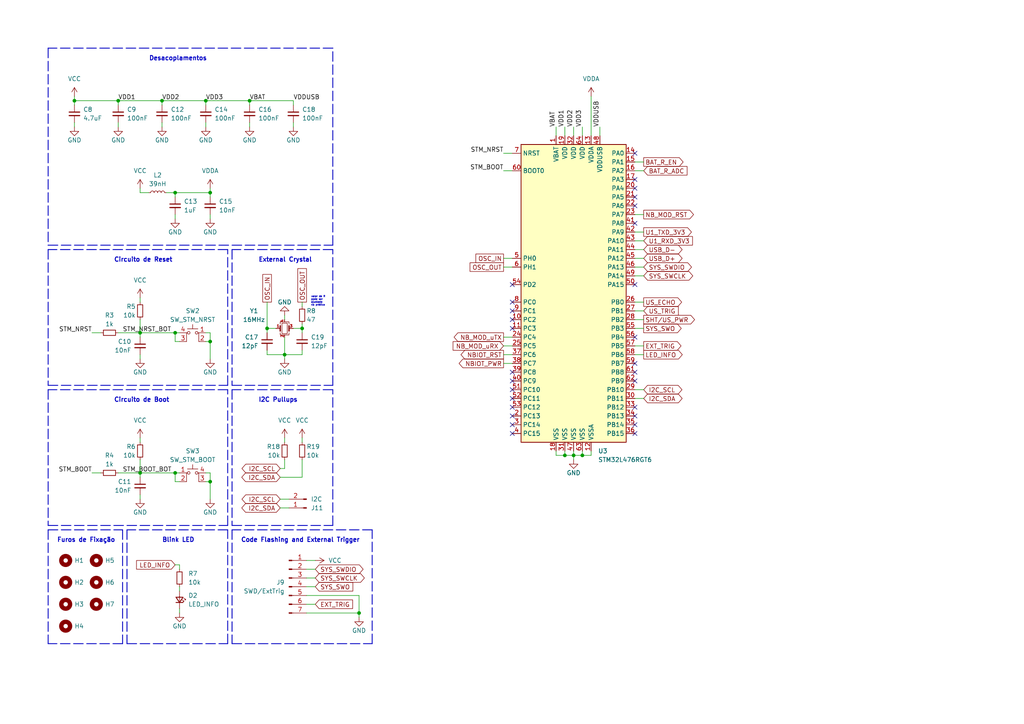
<source format=kicad_sch>
(kicad_sch (version 20211123) (generator eeschema)

  (uuid a2a3de53-389c-4faa-a249-ebe7ed5e96a8)

  (paper "A4")

  (lib_symbols
    (symbol "Connector:Conn_01x02_Male" (pin_names (offset 1.016) hide) (in_bom yes) (on_board yes)
      (property "Reference" "J" (id 0) (at 0 2.54 0)
        (effects (font (size 1.27 1.27)))
      )
      (property "Value" "Conn_01x02_Male" (id 1) (at 0 -5.08 0)
        (effects (font (size 1.27 1.27)))
      )
      (property "Footprint" "" (id 2) (at 0 0 0)
        (effects (font (size 1.27 1.27)) hide)
      )
      (property "Datasheet" "~" (id 3) (at 0 0 0)
        (effects (font (size 1.27 1.27)) hide)
      )
      (property "ki_keywords" "connector" (id 4) (at 0 0 0)
        (effects (font (size 1.27 1.27)) hide)
      )
      (property "ki_description" "Generic connector, single row, 01x02, script generated (kicad-library-utils/schlib/autogen/connector/)" (id 5) (at 0 0 0)
        (effects (font (size 1.27 1.27)) hide)
      )
      (property "ki_fp_filters" "Connector*:*_1x??_*" (id 6) (at 0 0 0)
        (effects (font (size 1.27 1.27)) hide)
      )
      (symbol "Conn_01x02_Male_1_1"
        (polyline
          (pts
            (xy 1.27 -2.54)
            (xy 0.8636 -2.54)
          )
          (stroke (width 0.1524) (type default) (color 0 0 0 0))
          (fill (type none))
        )
        (polyline
          (pts
            (xy 1.27 0)
            (xy 0.8636 0)
          )
          (stroke (width 0.1524) (type default) (color 0 0 0 0))
          (fill (type none))
        )
        (rectangle (start 0.8636 -2.413) (end 0 -2.667)
          (stroke (width 0.1524) (type default) (color 0 0 0 0))
          (fill (type outline))
        )
        (rectangle (start 0.8636 0.127) (end 0 -0.127)
          (stroke (width 0.1524) (type default) (color 0 0 0 0))
          (fill (type outline))
        )
        (pin passive line (at 5.08 0 180) (length 3.81)
          (name "Pin_1" (effects (font (size 1.27 1.27))))
          (number "1" (effects (font (size 1.27 1.27))))
        )
        (pin passive line (at 5.08 -2.54 180) (length 3.81)
          (name "Pin_2" (effects (font (size 1.27 1.27))))
          (number "2" (effects (font (size 1.27 1.27))))
        )
      )
    )
    (symbol "Connector:Conn_01x07_Male" (pin_names (offset 1.016) hide) (in_bom yes) (on_board yes)
      (property "Reference" "J" (id 0) (at 0 10.16 0)
        (effects (font (size 1.27 1.27)))
      )
      (property "Value" "Conn_01x07_Male" (id 1) (at 0 -10.16 0)
        (effects (font (size 1.27 1.27)))
      )
      (property "Footprint" "" (id 2) (at 0 0 0)
        (effects (font (size 1.27 1.27)) hide)
      )
      (property "Datasheet" "~" (id 3) (at 0 0 0)
        (effects (font (size 1.27 1.27)) hide)
      )
      (property "ki_keywords" "connector" (id 4) (at 0 0 0)
        (effects (font (size 1.27 1.27)) hide)
      )
      (property "ki_description" "Generic connector, single row, 01x07, script generated (kicad-library-utils/schlib/autogen/connector/)" (id 5) (at 0 0 0)
        (effects (font (size 1.27 1.27)) hide)
      )
      (property "ki_fp_filters" "Connector*:*_1x??_*" (id 6) (at 0 0 0)
        (effects (font (size 1.27 1.27)) hide)
      )
      (symbol "Conn_01x07_Male_1_1"
        (polyline
          (pts
            (xy 1.27 -7.62)
            (xy 0.8636 -7.62)
          )
          (stroke (width 0.1524) (type default) (color 0 0 0 0))
          (fill (type none))
        )
        (polyline
          (pts
            (xy 1.27 -5.08)
            (xy 0.8636 -5.08)
          )
          (stroke (width 0.1524) (type default) (color 0 0 0 0))
          (fill (type none))
        )
        (polyline
          (pts
            (xy 1.27 -2.54)
            (xy 0.8636 -2.54)
          )
          (stroke (width 0.1524) (type default) (color 0 0 0 0))
          (fill (type none))
        )
        (polyline
          (pts
            (xy 1.27 0)
            (xy 0.8636 0)
          )
          (stroke (width 0.1524) (type default) (color 0 0 0 0))
          (fill (type none))
        )
        (polyline
          (pts
            (xy 1.27 2.54)
            (xy 0.8636 2.54)
          )
          (stroke (width 0.1524) (type default) (color 0 0 0 0))
          (fill (type none))
        )
        (polyline
          (pts
            (xy 1.27 5.08)
            (xy 0.8636 5.08)
          )
          (stroke (width 0.1524) (type default) (color 0 0 0 0))
          (fill (type none))
        )
        (polyline
          (pts
            (xy 1.27 7.62)
            (xy 0.8636 7.62)
          )
          (stroke (width 0.1524) (type default) (color 0 0 0 0))
          (fill (type none))
        )
        (rectangle (start 0.8636 -7.493) (end 0 -7.747)
          (stroke (width 0.1524) (type default) (color 0 0 0 0))
          (fill (type outline))
        )
        (rectangle (start 0.8636 -4.953) (end 0 -5.207)
          (stroke (width 0.1524) (type default) (color 0 0 0 0))
          (fill (type outline))
        )
        (rectangle (start 0.8636 -2.413) (end 0 -2.667)
          (stroke (width 0.1524) (type default) (color 0 0 0 0))
          (fill (type outline))
        )
        (rectangle (start 0.8636 0.127) (end 0 -0.127)
          (stroke (width 0.1524) (type default) (color 0 0 0 0))
          (fill (type outline))
        )
        (rectangle (start 0.8636 2.667) (end 0 2.413)
          (stroke (width 0.1524) (type default) (color 0 0 0 0))
          (fill (type outline))
        )
        (rectangle (start 0.8636 5.207) (end 0 4.953)
          (stroke (width 0.1524) (type default) (color 0 0 0 0))
          (fill (type outline))
        )
        (rectangle (start 0.8636 7.747) (end 0 7.493)
          (stroke (width 0.1524) (type default) (color 0 0 0 0))
          (fill (type outline))
        )
        (pin passive line (at 5.08 7.62 180) (length 3.81)
          (name "Pin_1" (effects (font (size 1.27 1.27))))
          (number "1" (effects (font (size 1.27 1.27))))
        )
        (pin passive line (at 5.08 5.08 180) (length 3.81)
          (name "Pin_2" (effects (font (size 1.27 1.27))))
          (number "2" (effects (font (size 1.27 1.27))))
        )
        (pin passive line (at 5.08 2.54 180) (length 3.81)
          (name "Pin_3" (effects (font (size 1.27 1.27))))
          (number "3" (effects (font (size 1.27 1.27))))
        )
        (pin passive line (at 5.08 0 180) (length 3.81)
          (name "Pin_4" (effects (font (size 1.27 1.27))))
          (number "4" (effects (font (size 1.27 1.27))))
        )
        (pin passive line (at 5.08 -2.54 180) (length 3.81)
          (name "Pin_5" (effects (font (size 1.27 1.27))))
          (number "5" (effects (font (size 1.27 1.27))))
        )
        (pin passive line (at 5.08 -5.08 180) (length 3.81)
          (name "Pin_6" (effects (font (size 1.27 1.27))))
          (number "6" (effects (font (size 1.27 1.27))))
        )
        (pin passive line (at 5.08 -7.62 180) (length 3.81)
          (name "Pin_7" (effects (font (size 1.27 1.27))))
          (number "7" (effects (font (size 1.27 1.27))))
        )
      )
    )
    (symbol "Device:C_Small" (pin_numbers hide) (pin_names (offset 0.254) hide) (in_bom yes) (on_board yes)
      (property "Reference" "C" (id 0) (at 0.254 1.778 0)
        (effects (font (size 1.27 1.27)) (justify left))
      )
      (property "Value" "C_Small" (id 1) (at 0.254 -2.032 0)
        (effects (font (size 1.27 1.27)) (justify left))
      )
      (property "Footprint" "" (id 2) (at 0 0 0)
        (effects (font (size 1.27 1.27)) hide)
      )
      (property "Datasheet" "~" (id 3) (at 0 0 0)
        (effects (font (size 1.27 1.27)) hide)
      )
      (property "ki_keywords" "capacitor cap" (id 4) (at 0 0 0)
        (effects (font (size 1.27 1.27)) hide)
      )
      (property "ki_description" "Unpolarized capacitor, small symbol" (id 5) (at 0 0 0)
        (effects (font (size 1.27 1.27)) hide)
      )
      (property "ki_fp_filters" "C_*" (id 6) (at 0 0 0)
        (effects (font (size 1.27 1.27)) hide)
      )
      (symbol "C_Small_0_1"
        (polyline
          (pts
            (xy -1.524 -0.508)
            (xy 1.524 -0.508)
          )
          (stroke (width 0.3302) (type default) (color 0 0 0 0))
          (fill (type none))
        )
        (polyline
          (pts
            (xy -1.524 0.508)
            (xy 1.524 0.508)
          )
          (stroke (width 0.3048) (type default) (color 0 0 0 0))
          (fill (type none))
        )
      )
      (symbol "C_Small_1_1"
        (pin passive line (at 0 2.54 270) (length 2.032)
          (name "~" (effects (font (size 1.27 1.27))))
          (number "1" (effects (font (size 1.27 1.27))))
        )
        (pin passive line (at 0 -2.54 90) (length 2.032)
          (name "~" (effects (font (size 1.27 1.27))))
          (number "2" (effects (font (size 1.27 1.27))))
        )
      )
    )
    (symbol "Device:Crystal_GND24_Small" (pin_names (offset 1.016) hide) (in_bom yes) (on_board yes)
      (property "Reference" "Y" (id 0) (at 1.27 4.445 0)
        (effects (font (size 1.27 1.27)) (justify left))
      )
      (property "Value" "Crystal_GND24_Small" (id 1) (at 1.27 2.54 0)
        (effects (font (size 1.27 1.27)) (justify left))
      )
      (property "Footprint" "" (id 2) (at 0 0 0)
        (effects (font (size 1.27 1.27)) hide)
      )
      (property "Datasheet" "~" (id 3) (at 0 0 0)
        (effects (font (size 1.27 1.27)) hide)
      )
      (property "ki_keywords" "quartz ceramic resonator oscillator" (id 4) (at 0 0 0)
        (effects (font (size 1.27 1.27)) hide)
      )
      (property "ki_description" "Four pin crystal, GND on pins 2 and 4, small symbol" (id 5) (at 0 0 0)
        (effects (font (size 1.27 1.27)) hide)
      )
      (property "ki_fp_filters" "Crystal*" (id 6) (at 0 0 0)
        (effects (font (size 1.27 1.27)) hide)
      )
      (symbol "Crystal_GND24_Small_0_1"
        (rectangle (start -0.762 -1.524) (end 0.762 1.524)
          (stroke (width 0) (type default) (color 0 0 0 0))
          (fill (type none))
        )
        (polyline
          (pts
            (xy -1.27 -0.762)
            (xy -1.27 0.762)
          )
          (stroke (width 0.381) (type default) (color 0 0 0 0))
          (fill (type none))
        )
        (polyline
          (pts
            (xy 1.27 -0.762)
            (xy 1.27 0.762)
          )
          (stroke (width 0.381) (type default) (color 0 0 0 0))
          (fill (type none))
        )
        (polyline
          (pts
            (xy -1.27 -1.27)
            (xy -1.27 -1.905)
            (xy 1.27 -1.905)
            (xy 1.27 -1.27)
          )
          (stroke (width 0) (type default) (color 0 0 0 0))
          (fill (type none))
        )
        (polyline
          (pts
            (xy -1.27 1.27)
            (xy -1.27 1.905)
            (xy 1.27 1.905)
            (xy 1.27 1.27)
          )
          (stroke (width 0) (type default) (color 0 0 0 0))
          (fill (type none))
        )
      )
      (symbol "Crystal_GND24_Small_1_1"
        (pin passive line (at -2.54 0 0) (length 1.27)
          (name "1" (effects (font (size 1.27 1.27))))
          (number "1" (effects (font (size 0.762 0.762))))
        )
        (pin passive line (at 0 -2.54 90) (length 0.635)
          (name "2" (effects (font (size 1.27 1.27))))
          (number "2" (effects (font (size 0.762 0.762))))
        )
        (pin passive line (at 2.54 0 180) (length 1.27)
          (name "3" (effects (font (size 1.27 1.27))))
          (number "3" (effects (font (size 0.762 0.762))))
        )
        (pin passive line (at 0 2.54 270) (length 0.635)
          (name "4" (effects (font (size 1.27 1.27))))
          (number "4" (effects (font (size 0.762 0.762))))
        )
      )
    )
    (symbol "Device:LED_Small" (pin_numbers hide) (pin_names (offset 0.254) hide) (in_bom yes) (on_board yes)
      (property "Reference" "D" (id 0) (at -1.27 3.175 0)
        (effects (font (size 1.27 1.27)) (justify left))
      )
      (property "Value" "LED_Small" (id 1) (at -4.445 -2.54 0)
        (effects (font (size 1.27 1.27)) (justify left))
      )
      (property "Footprint" "" (id 2) (at 0 0 90)
        (effects (font (size 1.27 1.27)) hide)
      )
      (property "Datasheet" "~" (id 3) (at 0 0 90)
        (effects (font (size 1.27 1.27)) hide)
      )
      (property "ki_keywords" "LED diode light-emitting-diode" (id 4) (at 0 0 0)
        (effects (font (size 1.27 1.27)) hide)
      )
      (property "ki_description" "Light emitting diode, small symbol" (id 5) (at 0 0 0)
        (effects (font (size 1.27 1.27)) hide)
      )
      (property "ki_fp_filters" "LED* LED_SMD:* LED_THT:*" (id 6) (at 0 0 0)
        (effects (font (size 1.27 1.27)) hide)
      )
      (symbol "LED_Small_0_1"
        (polyline
          (pts
            (xy -0.762 -1.016)
            (xy -0.762 1.016)
          )
          (stroke (width 0.254) (type default) (color 0 0 0 0))
          (fill (type none))
        )
        (polyline
          (pts
            (xy 1.016 0)
            (xy -0.762 0)
          )
          (stroke (width 0) (type default) (color 0 0 0 0))
          (fill (type none))
        )
        (polyline
          (pts
            (xy 0.762 -1.016)
            (xy -0.762 0)
            (xy 0.762 1.016)
            (xy 0.762 -1.016)
          )
          (stroke (width 0.254) (type default) (color 0 0 0 0))
          (fill (type none))
        )
        (polyline
          (pts
            (xy 0 0.762)
            (xy -0.508 1.27)
            (xy -0.254 1.27)
            (xy -0.508 1.27)
            (xy -0.508 1.016)
          )
          (stroke (width 0) (type default) (color 0 0 0 0))
          (fill (type none))
        )
        (polyline
          (pts
            (xy 0.508 1.27)
            (xy 0 1.778)
            (xy 0.254 1.778)
            (xy 0 1.778)
            (xy 0 1.524)
          )
          (stroke (width 0) (type default) (color 0 0 0 0))
          (fill (type none))
        )
      )
      (symbol "LED_Small_1_1"
        (pin passive line (at -2.54 0 0) (length 1.778)
          (name "K" (effects (font (size 1.27 1.27))))
          (number "1" (effects (font (size 1.27 1.27))))
        )
        (pin passive line (at 2.54 0 180) (length 1.778)
          (name "A" (effects (font (size 1.27 1.27))))
          (number "2" (effects (font (size 1.27 1.27))))
        )
      )
    )
    (symbol "Device:L_Small" (pin_numbers hide) (pin_names (offset 0.254) hide) (in_bom yes) (on_board yes)
      (property "Reference" "L" (id 0) (at 0.762 1.016 0)
        (effects (font (size 1.27 1.27)) (justify left))
      )
      (property "Value" "L_Small" (id 1) (at 0.762 -1.016 0)
        (effects (font (size 1.27 1.27)) (justify left))
      )
      (property "Footprint" "" (id 2) (at 0 0 0)
        (effects (font (size 1.27 1.27)) hide)
      )
      (property "Datasheet" "~" (id 3) (at 0 0 0)
        (effects (font (size 1.27 1.27)) hide)
      )
      (property "ki_keywords" "inductor choke coil reactor magnetic" (id 4) (at 0 0 0)
        (effects (font (size 1.27 1.27)) hide)
      )
      (property "ki_description" "Inductor, small symbol" (id 5) (at 0 0 0)
        (effects (font (size 1.27 1.27)) hide)
      )
      (property "ki_fp_filters" "Choke_* *Coil* Inductor_* L_*" (id 6) (at 0 0 0)
        (effects (font (size 1.27 1.27)) hide)
      )
      (symbol "L_Small_0_1"
        (arc (start 0 -2.032) (mid 0.508 -1.524) (end 0 -1.016)
          (stroke (width 0) (type default) (color 0 0 0 0))
          (fill (type none))
        )
        (arc (start 0 -1.016) (mid 0.508 -0.508) (end 0 0)
          (stroke (width 0) (type default) (color 0 0 0 0))
          (fill (type none))
        )
        (arc (start 0 0) (mid 0.508 0.508) (end 0 1.016)
          (stroke (width 0) (type default) (color 0 0 0 0))
          (fill (type none))
        )
        (arc (start 0 1.016) (mid 0.508 1.524) (end 0 2.032)
          (stroke (width 0) (type default) (color 0 0 0 0))
          (fill (type none))
        )
      )
      (symbol "L_Small_1_1"
        (pin passive line (at 0 2.54 270) (length 0.508)
          (name "~" (effects (font (size 1.27 1.27))))
          (number "1" (effects (font (size 1.27 1.27))))
        )
        (pin passive line (at 0 -2.54 90) (length 0.508)
          (name "~" (effects (font (size 1.27 1.27))))
          (number "2" (effects (font (size 1.27 1.27))))
        )
      )
    )
    (symbol "Device:R_Small" (pin_numbers hide) (pin_names (offset 0.254) hide) (in_bom yes) (on_board yes)
      (property "Reference" "R" (id 0) (at 0.762 0.508 0)
        (effects (font (size 1.27 1.27)) (justify left))
      )
      (property "Value" "R_Small" (id 1) (at 0.762 -1.016 0)
        (effects (font (size 1.27 1.27)) (justify left))
      )
      (property "Footprint" "" (id 2) (at 0 0 0)
        (effects (font (size 1.27 1.27)) hide)
      )
      (property "Datasheet" "~" (id 3) (at 0 0 0)
        (effects (font (size 1.27 1.27)) hide)
      )
      (property "ki_keywords" "R resistor" (id 4) (at 0 0 0)
        (effects (font (size 1.27 1.27)) hide)
      )
      (property "ki_description" "Resistor, small symbol" (id 5) (at 0 0 0)
        (effects (font (size 1.27 1.27)) hide)
      )
      (property "ki_fp_filters" "R_*" (id 6) (at 0 0 0)
        (effects (font (size 1.27 1.27)) hide)
      )
      (symbol "R_Small_0_1"
        (rectangle (start -0.762 1.778) (end 0.762 -1.778)
          (stroke (width 0.2032) (type default) (color 0 0 0 0))
          (fill (type none))
        )
      )
      (symbol "R_Small_1_1"
        (pin passive line (at 0 2.54 270) (length 0.762)
          (name "~" (effects (font (size 1.27 1.27))))
          (number "1" (effects (font (size 1.27 1.27))))
        )
        (pin passive line (at 0 -2.54 90) (length 0.762)
          (name "~" (effects (font (size 1.27 1.27))))
          (number "2" (effects (font (size 1.27 1.27))))
        )
      )
    )
    (symbol "LS_Library:SW_Push" (pin_names hide) (in_bom yes) (on_board yes)
      (property "Reference" "U" (id 0) (at 0 5.207 0)
        (effects (font (size 1.27 1.27)))
      )
      (property "Value" "SW_Push" (id 1) (at 0 5.207 0)
        (effects (font (size 1.27 1.27)))
      )
      (property "Footprint" "" (id 2) (at 0 5.207 0)
        (effects (font (size 1.27 1.27)) hide)
      )
      (property "Datasheet" "" (id 3) (at 0 5.207 0)
        (effects (font (size 1.27 1.27)) hide)
      )
      (symbol "SW_Push_0_1"
        (circle (center -1.143 0) (radius 0.381)
          (stroke (width 0) (type default) (color 0 0 0 0))
          (fill (type none))
        )
        (polyline
          (pts
            (xy -1.524 1.143)
            (xy 1.524 1.143)
          )
          (stroke (width 0) (type default) (color 0 0 0 0))
          (fill (type none))
        )
        (polyline
          (pts
            (xy 0 1.143)
            (xy 0 2.413)
          )
          (stroke (width 0) (type default) (color 0 0 0 0))
          (fill (type none))
        )
        (polyline
          (pts
            (xy -1.778 -2.54)
            (xy -1.778 0)
            (xy -1.524 0)
          )
          (stroke (width 0) (type default) (color 0 0 0 0))
          (fill (type none))
        )
        (polyline
          (pts
            (xy 1.778 -2.54)
            (xy 1.778 0)
            (xy 1.524 0)
          )
          (stroke (width 0) (type default) (color 0 0 0 0))
          (fill (type none))
        )
        (circle (center 1.143 0) (radius 0.381)
          (stroke (width 0) (type default) (color 0 0 0 0))
          (fill (type none))
        )
        (pin passive line (at -3.81 0 0) (length 2.032)
          (name "1" (effects (font (size 1.27 1.27))))
          (number "1" (effects (font (size 1.27 1.27))))
        )
        (pin passive line (at -3.81 -2.54 0) (length 2.032)
          (name "2" (effects (font (size 1.27 1.27))))
          (number "2" (effects (font (size 1.27 1.27))))
        )
        (pin passive line (at 3.81 -2.54 180) (length 2.032)
          (name "K" (effects (font (size 1.27 1.27))))
          (number "3" (effects (font (size 1.27 1.27))))
        )
        (pin passive line (at 3.81 0 180) (length 2.032)
          (name "A" (effects (font (size 1.27 1.27))))
          (number "4" (effects (font (size 1.27 1.27))))
        )
      )
    )
    (symbol "MCU_ST_STM32L4:STM32L476RETx" (in_bom yes) (on_board yes)
      (property "Reference" "U" (id 0) (at -15.24 44.45 0)
        (effects (font (size 1.27 1.27)) (justify left))
      )
      (property "Value" "STM32L476RETx" (id 1) (at 10.16 44.45 0)
        (effects (font (size 1.27 1.27)) (justify left))
      )
      (property "Footprint" "Package_QFP:LQFP-64_10x10mm_P0.5mm" (id 2) (at -15.24 -43.18 0)
        (effects (font (size 1.27 1.27)) (justify right) hide)
      )
      (property "Datasheet" "http://www.st.com/st-web-ui/static/active/en/resource/technical/document/datasheet/DM00108832.pdf" (id 3) (at 0 0 0)
        (effects (font (size 1.27 1.27)) hide)
      )
      (property "ki_keywords" "ARM Cortex-M4 STM32L4 STM32L4x6" (id 4) (at 0 0 0)
        (effects (font (size 1.27 1.27)) hide)
      )
      (property "ki_description" "ARM Cortex-M4 MCU, 512KB flash, 128KB RAM, 80MHz, 1.71-3.6V, 51 GPIO, LQFP-64" (id 5) (at 0 0 0)
        (effects (font (size 1.27 1.27)) hide)
      )
      (property "ki_fp_filters" "LQFP*10x10mm*P0.5mm*" (id 6) (at 0 0 0)
        (effects (font (size 1.27 1.27)) hide)
      )
      (symbol "STM32L476RETx_0_1"
        (rectangle (start -15.24 -43.18) (end 15.24 43.18)
          (stroke (width 0.254) (type default) (color 0 0 0 0))
          (fill (type background))
        )
      )
      (symbol "STM32L476RETx_1_1"
        (pin power_in line (at -5.08 45.72 270) (length 2.54)
          (name "VBAT" (effects (font (size 1.27 1.27))))
          (number "1" (effects (font (size 1.27 1.27))))
        )
        (pin bidirectional line (at -17.78 -7.62 0) (length 2.54)
          (name "PC2" (effects (font (size 1.27 1.27))))
          (number "10" (effects (font (size 1.27 1.27))))
        )
        (pin bidirectional line (at -17.78 -10.16 0) (length 2.54)
          (name "PC3" (effects (font (size 1.27 1.27))))
          (number "11" (effects (font (size 1.27 1.27))))
        )
        (pin power_in line (at 5.08 -45.72 90) (length 2.54)
          (name "VSSA" (effects (font (size 1.27 1.27))))
          (number "12" (effects (font (size 1.27 1.27))))
        )
        (pin power_in line (at 5.08 45.72 270) (length 2.54)
          (name "VDDA" (effects (font (size 1.27 1.27))))
          (number "13" (effects (font (size 1.27 1.27))))
        )
        (pin bidirectional line (at 17.78 40.64 180) (length 2.54)
          (name "PA0" (effects (font (size 1.27 1.27))))
          (number "14" (effects (font (size 1.27 1.27))))
        )
        (pin bidirectional line (at 17.78 38.1 180) (length 2.54)
          (name "PA1" (effects (font (size 1.27 1.27))))
          (number "15" (effects (font (size 1.27 1.27))))
        )
        (pin bidirectional line (at 17.78 35.56 180) (length 2.54)
          (name "PA2" (effects (font (size 1.27 1.27))))
          (number "16" (effects (font (size 1.27 1.27))))
        )
        (pin bidirectional line (at 17.78 33.02 180) (length 2.54)
          (name "PA3" (effects (font (size 1.27 1.27))))
          (number "17" (effects (font (size 1.27 1.27))))
        )
        (pin power_in line (at -5.08 -45.72 90) (length 2.54)
          (name "VSS" (effects (font (size 1.27 1.27))))
          (number "18" (effects (font (size 1.27 1.27))))
        )
        (pin power_in line (at -2.54 45.72 270) (length 2.54)
          (name "VDD" (effects (font (size 1.27 1.27))))
          (number "19" (effects (font (size 1.27 1.27))))
        )
        (pin bidirectional line (at -17.78 -35.56 0) (length 2.54)
          (name "PC13" (effects (font (size 1.27 1.27))))
          (number "2" (effects (font (size 1.27 1.27))))
        )
        (pin bidirectional line (at 17.78 30.48 180) (length 2.54)
          (name "PA4" (effects (font (size 1.27 1.27))))
          (number "20" (effects (font (size 1.27 1.27))))
        )
        (pin bidirectional line (at 17.78 27.94 180) (length 2.54)
          (name "PA5" (effects (font (size 1.27 1.27))))
          (number "21" (effects (font (size 1.27 1.27))))
        )
        (pin bidirectional line (at 17.78 25.4 180) (length 2.54)
          (name "PA6" (effects (font (size 1.27 1.27))))
          (number "22" (effects (font (size 1.27 1.27))))
        )
        (pin bidirectional line (at 17.78 22.86 180) (length 2.54)
          (name "PA7" (effects (font (size 1.27 1.27))))
          (number "23" (effects (font (size 1.27 1.27))))
        )
        (pin bidirectional line (at -17.78 -12.7 0) (length 2.54)
          (name "PC4" (effects (font (size 1.27 1.27))))
          (number "24" (effects (font (size 1.27 1.27))))
        )
        (pin bidirectional line (at -17.78 -15.24 0) (length 2.54)
          (name "PC5" (effects (font (size 1.27 1.27))))
          (number "25" (effects (font (size 1.27 1.27))))
        )
        (pin bidirectional line (at 17.78 -2.54 180) (length 2.54)
          (name "PB0" (effects (font (size 1.27 1.27))))
          (number "26" (effects (font (size 1.27 1.27))))
        )
        (pin bidirectional line (at 17.78 -5.08 180) (length 2.54)
          (name "PB1" (effects (font (size 1.27 1.27))))
          (number "27" (effects (font (size 1.27 1.27))))
        )
        (pin bidirectional line (at 17.78 -7.62 180) (length 2.54)
          (name "PB2" (effects (font (size 1.27 1.27))))
          (number "28" (effects (font (size 1.27 1.27))))
        )
        (pin bidirectional line (at 17.78 -27.94 180) (length 2.54)
          (name "PB10" (effects (font (size 1.27 1.27))))
          (number "29" (effects (font (size 1.27 1.27))))
        )
        (pin bidirectional line (at -17.78 -38.1 0) (length 2.54)
          (name "PC14" (effects (font (size 1.27 1.27))))
          (number "3" (effects (font (size 1.27 1.27))))
        )
        (pin bidirectional line (at 17.78 -30.48 180) (length 2.54)
          (name "PB11" (effects (font (size 1.27 1.27))))
          (number "30" (effects (font (size 1.27 1.27))))
        )
        (pin power_in line (at -2.54 -45.72 90) (length 2.54)
          (name "VSS" (effects (font (size 1.27 1.27))))
          (number "31" (effects (font (size 1.27 1.27))))
        )
        (pin power_in line (at 0 45.72 270) (length 2.54)
          (name "VDD" (effects (font (size 1.27 1.27))))
          (number "32" (effects (font (size 1.27 1.27))))
        )
        (pin bidirectional line (at 17.78 -33.02 180) (length 2.54)
          (name "PB12" (effects (font (size 1.27 1.27))))
          (number "33" (effects (font (size 1.27 1.27))))
        )
        (pin bidirectional line (at 17.78 -35.56 180) (length 2.54)
          (name "PB13" (effects (font (size 1.27 1.27))))
          (number "34" (effects (font (size 1.27 1.27))))
        )
        (pin bidirectional line (at 17.78 -38.1 180) (length 2.54)
          (name "PB14" (effects (font (size 1.27 1.27))))
          (number "35" (effects (font (size 1.27 1.27))))
        )
        (pin bidirectional line (at 17.78 -40.64 180) (length 2.54)
          (name "PB15" (effects (font (size 1.27 1.27))))
          (number "36" (effects (font (size 1.27 1.27))))
        )
        (pin bidirectional line (at -17.78 -17.78 0) (length 2.54)
          (name "PC6" (effects (font (size 1.27 1.27))))
          (number "37" (effects (font (size 1.27 1.27))))
        )
        (pin bidirectional line (at -17.78 -20.32 0) (length 2.54)
          (name "PC7" (effects (font (size 1.27 1.27))))
          (number "38" (effects (font (size 1.27 1.27))))
        )
        (pin bidirectional line (at -17.78 -22.86 0) (length 2.54)
          (name "PC8" (effects (font (size 1.27 1.27))))
          (number "39" (effects (font (size 1.27 1.27))))
        )
        (pin bidirectional line (at -17.78 -40.64 0) (length 2.54)
          (name "PC15" (effects (font (size 1.27 1.27))))
          (number "4" (effects (font (size 1.27 1.27))))
        )
        (pin bidirectional line (at -17.78 -25.4 0) (length 2.54)
          (name "PC9" (effects (font (size 1.27 1.27))))
          (number "40" (effects (font (size 1.27 1.27))))
        )
        (pin bidirectional line (at 17.78 20.32 180) (length 2.54)
          (name "PA8" (effects (font (size 1.27 1.27))))
          (number "41" (effects (font (size 1.27 1.27))))
        )
        (pin bidirectional line (at 17.78 17.78 180) (length 2.54)
          (name "PA9" (effects (font (size 1.27 1.27))))
          (number "42" (effects (font (size 1.27 1.27))))
        )
        (pin bidirectional line (at 17.78 15.24 180) (length 2.54)
          (name "PA10" (effects (font (size 1.27 1.27))))
          (number "43" (effects (font (size 1.27 1.27))))
        )
        (pin bidirectional line (at 17.78 12.7 180) (length 2.54)
          (name "PA11" (effects (font (size 1.27 1.27))))
          (number "44" (effects (font (size 1.27 1.27))))
        )
        (pin bidirectional line (at 17.78 10.16 180) (length 2.54)
          (name "PA12" (effects (font (size 1.27 1.27))))
          (number "45" (effects (font (size 1.27 1.27))))
        )
        (pin bidirectional line (at 17.78 7.62 180) (length 2.54)
          (name "PA13" (effects (font (size 1.27 1.27))))
          (number "46" (effects (font (size 1.27 1.27))))
        )
        (pin power_in line (at 0 -45.72 90) (length 2.54)
          (name "VSS" (effects (font (size 1.27 1.27))))
          (number "47" (effects (font (size 1.27 1.27))))
        )
        (pin power_in line (at 7.62 45.72 270) (length 2.54)
          (name "VDDUSB" (effects (font (size 1.27 1.27))))
          (number "48" (effects (font (size 1.27 1.27))))
        )
        (pin bidirectional line (at 17.78 5.08 180) (length 2.54)
          (name "PA14" (effects (font (size 1.27 1.27))))
          (number "49" (effects (font (size 1.27 1.27))))
        )
        (pin input line (at -17.78 10.16 0) (length 2.54)
          (name "PH0" (effects (font (size 1.27 1.27))))
          (number "5" (effects (font (size 1.27 1.27))))
        )
        (pin bidirectional line (at 17.78 2.54 180) (length 2.54)
          (name "PA15" (effects (font (size 1.27 1.27))))
          (number "50" (effects (font (size 1.27 1.27))))
        )
        (pin bidirectional line (at -17.78 -27.94 0) (length 2.54)
          (name "PC10" (effects (font (size 1.27 1.27))))
          (number "51" (effects (font (size 1.27 1.27))))
        )
        (pin bidirectional line (at -17.78 -30.48 0) (length 2.54)
          (name "PC11" (effects (font (size 1.27 1.27))))
          (number "52" (effects (font (size 1.27 1.27))))
        )
        (pin bidirectional line (at -17.78 -33.02 0) (length 2.54)
          (name "PC12" (effects (font (size 1.27 1.27))))
          (number "53" (effects (font (size 1.27 1.27))))
        )
        (pin bidirectional line (at -17.78 2.54 0) (length 2.54)
          (name "PD2" (effects (font (size 1.27 1.27))))
          (number "54" (effects (font (size 1.27 1.27))))
        )
        (pin bidirectional line (at 17.78 -10.16 180) (length 2.54)
          (name "PB3" (effects (font (size 1.27 1.27))))
          (number "55" (effects (font (size 1.27 1.27))))
        )
        (pin bidirectional line (at 17.78 -12.7 180) (length 2.54)
          (name "PB4" (effects (font (size 1.27 1.27))))
          (number "56" (effects (font (size 1.27 1.27))))
        )
        (pin bidirectional line (at 17.78 -15.24 180) (length 2.54)
          (name "PB5" (effects (font (size 1.27 1.27))))
          (number "57" (effects (font (size 1.27 1.27))))
        )
        (pin bidirectional line (at 17.78 -17.78 180) (length 2.54)
          (name "PB6" (effects (font (size 1.27 1.27))))
          (number "58" (effects (font (size 1.27 1.27))))
        )
        (pin bidirectional line (at 17.78 -20.32 180) (length 2.54)
          (name "PB7" (effects (font (size 1.27 1.27))))
          (number "59" (effects (font (size 1.27 1.27))))
        )
        (pin input line (at -17.78 7.62 0) (length 2.54)
          (name "PH1" (effects (font (size 1.27 1.27))))
          (number "6" (effects (font (size 1.27 1.27))))
        )
        (pin input line (at -17.78 35.56 0) (length 2.54)
          (name "BOOT0" (effects (font (size 1.27 1.27))))
          (number "60" (effects (font (size 1.27 1.27))))
        )
        (pin bidirectional line (at 17.78 -22.86 180) (length 2.54)
          (name "PB8" (effects (font (size 1.27 1.27))))
          (number "61" (effects (font (size 1.27 1.27))))
        )
        (pin bidirectional line (at 17.78 -25.4 180) (length 2.54)
          (name "PB9" (effects (font (size 1.27 1.27))))
          (number "62" (effects (font (size 1.27 1.27))))
        )
        (pin power_in line (at 2.54 -45.72 90) (length 2.54)
          (name "VSS" (effects (font (size 1.27 1.27))))
          (number "63" (effects (font (size 1.27 1.27))))
        )
        (pin power_in line (at 2.54 45.72 270) (length 2.54)
          (name "VDD" (effects (font (size 1.27 1.27))))
          (number "64" (effects (font (size 1.27 1.27))))
        )
        (pin input line (at -17.78 40.64 0) (length 2.54)
          (name "NRST" (effects (font (size 1.27 1.27))))
          (number "7" (effects (font (size 1.27 1.27))))
        )
        (pin bidirectional line (at -17.78 -2.54 0) (length 2.54)
          (name "PC0" (effects (font (size 1.27 1.27))))
          (number "8" (effects (font (size 1.27 1.27))))
        )
        (pin bidirectional line (at -17.78 -5.08 0) (length 2.54)
          (name "PC1" (effects (font (size 1.27 1.27))))
          (number "9" (effects (font (size 1.27 1.27))))
        )
      )
    )
    (symbol "Mechanical:MountingHole" (pin_names (offset 1.016)) (in_bom yes) (on_board yes)
      (property "Reference" "H" (id 0) (at 0 5.08 0)
        (effects (font (size 1.27 1.27)))
      )
      (property "Value" "MountingHole" (id 1) (at 0 3.175 0)
        (effects (font (size 1.27 1.27)))
      )
      (property "Footprint" "" (id 2) (at 0 0 0)
        (effects (font (size 1.27 1.27)) hide)
      )
      (property "Datasheet" "~" (id 3) (at 0 0 0)
        (effects (font (size 1.27 1.27)) hide)
      )
      (property "ki_keywords" "mounting hole" (id 4) (at 0 0 0)
        (effects (font (size 1.27 1.27)) hide)
      )
      (property "ki_description" "Mounting Hole without connection" (id 5) (at 0 0 0)
        (effects (font (size 1.27 1.27)) hide)
      )
      (property "ki_fp_filters" "MountingHole*" (id 6) (at 0 0 0)
        (effects (font (size 1.27 1.27)) hide)
      )
      (symbol "MountingHole_0_1"
        (circle (center 0 0) (radius 1.27)
          (stroke (width 1.27) (type default) (color 0 0 0 0))
          (fill (type none))
        )
      )
    )
    (symbol "power:GND" (power) (pin_names (offset 0)) (in_bom yes) (on_board yes)
      (property "Reference" "#PWR" (id 0) (at 0 -6.35 0)
        (effects (font (size 1.27 1.27)) hide)
      )
      (property "Value" "GND" (id 1) (at 0 -3.81 0)
        (effects (font (size 1.27 1.27)))
      )
      (property "Footprint" "" (id 2) (at 0 0 0)
        (effects (font (size 1.27 1.27)) hide)
      )
      (property "Datasheet" "" (id 3) (at 0 0 0)
        (effects (font (size 1.27 1.27)) hide)
      )
      (property "ki_keywords" "power-flag" (id 4) (at 0 0 0)
        (effects (font (size 1.27 1.27)) hide)
      )
      (property "ki_description" "Power symbol creates a global label with name \"GND\" , ground" (id 5) (at 0 0 0)
        (effects (font (size 1.27 1.27)) hide)
      )
      (symbol "GND_0_1"
        (polyline
          (pts
            (xy 0 0)
            (xy 0 -1.27)
            (xy 1.27 -1.27)
            (xy 0 -2.54)
            (xy -1.27 -1.27)
            (xy 0 -1.27)
          )
          (stroke (width 0) (type default) (color 0 0 0 0))
          (fill (type none))
        )
      )
      (symbol "GND_1_1"
        (pin power_in line (at 0 0 270) (length 0) hide
          (name "GND" (effects (font (size 1.27 1.27))))
          (number "1" (effects (font (size 1.27 1.27))))
        )
      )
    )
    (symbol "power:VCC" (power) (pin_names (offset 0)) (in_bom yes) (on_board yes)
      (property "Reference" "#PWR" (id 0) (at 0 -3.81 0)
        (effects (font (size 1.27 1.27)) hide)
      )
      (property "Value" "VCC" (id 1) (at 0 3.81 0)
        (effects (font (size 1.27 1.27)))
      )
      (property "Footprint" "" (id 2) (at 0 0 0)
        (effects (font (size 1.27 1.27)) hide)
      )
      (property "Datasheet" "" (id 3) (at 0 0 0)
        (effects (font (size 1.27 1.27)) hide)
      )
      (property "ki_keywords" "power-flag" (id 4) (at 0 0 0)
        (effects (font (size 1.27 1.27)) hide)
      )
      (property "ki_description" "Power symbol creates a global label with name \"VCC\"" (id 5) (at 0 0 0)
        (effects (font (size 1.27 1.27)) hide)
      )
      (symbol "VCC_0_1"
        (polyline
          (pts
            (xy -0.762 1.27)
            (xy 0 2.54)
          )
          (stroke (width 0) (type default) (color 0 0 0 0))
          (fill (type none))
        )
        (polyline
          (pts
            (xy 0 0)
            (xy 0 2.54)
          )
          (stroke (width 0) (type default) (color 0 0 0 0))
          (fill (type none))
        )
        (polyline
          (pts
            (xy 0 2.54)
            (xy 0.762 1.27)
          )
          (stroke (width 0) (type default) (color 0 0 0 0))
          (fill (type none))
        )
      )
      (symbol "VCC_1_1"
        (pin power_in line (at 0 0 90) (length 0) hide
          (name "VCC" (effects (font (size 1.27 1.27))))
          (number "1" (effects (font (size 1.27 1.27))))
        )
      )
    )
    (symbol "power:VDDA" (power) (pin_names (offset 0)) (in_bom yes) (on_board yes)
      (property "Reference" "#PWR" (id 0) (at 0 -3.81 0)
        (effects (font (size 1.27 1.27)) hide)
      )
      (property "Value" "VDDA" (id 1) (at 0 3.81 0)
        (effects (font (size 1.27 1.27)))
      )
      (property "Footprint" "" (id 2) (at 0 0 0)
        (effects (font (size 1.27 1.27)) hide)
      )
      (property "Datasheet" "" (id 3) (at 0 0 0)
        (effects (font (size 1.27 1.27)) hide)
      )
      (property "ki_keywords" "power-flag" (id 4) (at 0 0 0)
        (effects (font (size 1.27 1.27)) hide)
      )
      (property "ki_description" "Power symbol creates a global label with name \"VDDA\"" (id 5) (at 0 0 0)
        (effects (font (size 1.27 1.27)) hide)
      )
      (symbol "VDDA_0_1"
        (polyline
          (pts
            (xy -0.762 1.27)
            (xy 0 2.54)
          )
          (stroke (width 0) (type default) (color 0 0 0 0))
          (fill (type none))
        )
        (polyline
          (pts
            (xy 0 0)
            (xy 0 2.54)
          )
          (stroke (width 0) (type default) (color 0 0 0 0))
          (fill (type none))
        )
        (polyline
          (pts
            (xy 0 2.54)
            (xy 0.762 1.27)
          )
          (stroke (width 0) (type default) (color 0 0 0 0))
          (fill (type none))
        )
      )
      (symbol "VDDA_1_1"
        (pin power_in line (at 0 0 90) (length 0) hide
          (name "VDDA" (effects (font (size 1.27 1.27))))
          (number "1" (effects (font (size 1.27 1.27))))
        )
      )
    )
  )

  (junction (at 82.55 102.87) (diameter 0) (color 0 0 0 0)
    (uuid 229fba9f-87ca-4e9f-ac87-ea99a5be862c)
  )
  (junction (at 50.8 96.52) (diameter 0) (color 0 0 0 0)
    (uuid 28a3e24b-584b-49bc-80cd-31eae2e1d075)
  )
  (junction (at 46.99 29.21) (diameter 0) (color 0 0 0 0)
    (uuid 3fb1b5fd-17ff-457e-aac9-f43a3f9efce7)
  )
  (junction (at 77.47 95.25) (diameter 0) (color 0 0 0 0)
    (uuid 42e7470e-afce-4a93-bd58-7a7c5b4e230f)
  )
  (junction (at 60.96 55.88) (diameter 0) (color 0 0 0 0)
    (uuid 4eb6f257-7f37-4c9e-bd06-c34912b4826b)
  )
  (junction (at 60.96 99.06) (diameter 0) (color 0 0 0 0)
    (uuid 5b2350a9-fc5c-4c2e-94cc-24af378e4379)
  )
  (junction (at 21.59 29.21) (diameter 0) (color 0 0 0 0)
    (uuid 5ba8c44f-43d2-41ca-93c8-d139e5bbf128)
  )
  (junction (at 166.37 132.08) (diameter 0) (color 0 0 0 0)
    (uuid 77bc76a6-47f7-47fc-919d-03bd57192b7a)
  )
  (junction (at 34.29 29.21) (diameter 0) (color 0 0 0 0)
    (uuid 789fa6f0-ceb8-4ca2-b710-e1f32d1cab1c)
  )
  (junction (at 163.83 132.08) (diameter 0) (color 0 0 0 0)
    (uuid 83ac77c2-3bd3-4bb8-9528-7acfca3333a3)
  )
  (junction (at 40.64 96.52) (diameter 0) (color 0 0 0 0)
    (uuid 9c494602-f94f-4d6f-a714-5022d099c06c)
  )
  (junction (at 72.39 29.21) (diameter 0) (color 0 0 0 0)
    (uuid b2fcde2a-a40a-4e44-9386-ec3950cd15e7)
  )
  (junction (at 87.63 95.25) (diameter 0) (color 0 0 0 0)
    (uuid ba5b137e-8039-4978-adf1-baff2874db29)
  )
  (junction (at 168.91 132.08) (diameter 0) (color 0 0 0 0)
    (uuid caa3c60c-e808-4c4f-93e8-ecebb5aace25)
  )
  (junction (at 50.8 137.16) (diameter 0) (color 0 0 0 0)
    (uuid d42d11d9-f34b-4876-bb4f-a7c382a92469)
  )
  (junction (at 59.69 29.21) (diameter 0) (color 0 0 0 0)
    (uuid d8a02462-08d1-493d-ba9e-b9d75bec94ff)
  )
  (junction (at 50.8 55.88) (diameter 0) (color 0 0 0 0)
    (uuid db38edfb-73e7-40a5-a8ef-8fe7fc843b33)
  )
  (junction (at 104.14 177.8) (diameter 0) (color 0 0 0 0)
    (uuid f4efddf5-332d-4d39-bcc6-ac01bfa95e4c)
  )
  (junction (at 60.96 139.7) (diameter 0) (color 0 0 0 0)
    (uuid fb321295-4a97-4701-bdbb-64ab038188b2)
  )
  (junction (at 40.64 137.16) (diameter 0) (color 0 0 0 0)
    (uuid fb5c6f3b-21fe-4ac2-8a10-8ad2ca06085c)
  )

  (no_connect (at 184.15 52.07) (uuid 2d072e2f-2acf-4cba-bd89-8ec4095efc41))
  (no_connect (at 148.59 120.65) (uuid 2f2b6d17-5101-403f-85e7-5418574154e5))
  (no_connect (at 148.59 107.95) (uuid 3933432f-fded-4533-a8e4-15f4eeaafb94))
  (no_connect (at 184.15 44.45) (uuid 5420fce4-4014-4024-ac1c-89d0f8532d6f))
  (no_connect (at 148.59 115.57) (uuid 58444df9-da6c-42ae-96a2-728923f19d22))
  (no_connect (at 148.59 110.49) (uuid 6db7d10b-b59f-441d-a44b-78d21f621065))
  (no_connect (at 184.15 57.15) (uuid 7983691b-d455-43ca-b10a-4ce0e8e4bc64))
  (no_connect (at 148.59 92.71) (uuid 8227e129-34ae-44ce-b8b3-ca2c9ce86b61))
  (no_connect (at 148.59 90.17) (uuid 8227e129-34ae-44ce-b8b3-ca2c9ce86b62))
  (no_connect (at 184.15 64.77) (uuid 8dd3561a-ca15-4081-b1b5-8da05d3efc2d))
  (no_connect (at 184.15 59.69) (uuid b26810b4-f673-48d7-b899-1fe145f95109))
  (no_connect (at 184.15 97.79) (uuid b26810b4-f673-48d7-b899-1fe145f9510b))
  (no_connect (at 184.15 105.41) (uuid b26810b4-f673-48d7-b899-1fe145f9510c))
  (no_connect (at 184.15 107.95) (uuid b26810b4-f673-48d7-b899-1fe145f9510d))
  (no_connect (at 184.15 110.49) (uuid b26810b4-f673-48d7-b899-1fe145f9510e))
  (no_connect (at 184.15 82.55) (uuid b26810b4-f673-48d7-b899-1fe145f95111))
  (no_connect (at 184.15 118.11) (uuid b26810b4-f673-48d7-b899-1fe145f95112))
  (no_connect (at 184.15 125.73) (uuid b26810b4-f673-48d7-b899-1fe145f95113))
  (no_connect (at 148.59 95.25) (uuid bf31af4a-0cc9-4a37-a417-a961bcf578c6))
  (no_connect (at 148.59 82.55) (uuid bf31af4a-0cc9-4a37-a417-a961bcf578c9))
  (no_connect (at 148.59 87.63) (uuid bf31af4a-0cc9-4a37-a417-a961bcf578ca))
  (no_connect (at 148.59 113.03) (uuid c228f439-14b5-43c0-bf37-644c3273b555))
  (no_connect (at 148.59 125.73) (uuid d42e8436-ac85-467e-b0b0-809b0a84e078))
  (no_connect (at 148.59 118.11) (uuid e0285dd3-96d2-4a42-b5fc-93a400fb3597))
  (no_connect (at 148.59 123.19) (uuid e4f98bfc-afd1-4301-a288-d04bc8e40ce5))
  (no_connect (at 184.15 123.19) (uuid ebbedbd8-6a33-4b50-bd14-12f277abbbbf))
  (no_connect (at 184.15 120.65) (uuid ebbedbd8-6a33-4b50-bd14-12f277abbbc0))
  (no_connect (at 184.15 54.61) (uuid fce6b1ea-c99a-435d-8a30-aefc867b1b25))

  (wire (pts (xy 186.69 77.47) (xy 184.15 77.47))
    (stroke (width 0) (type default) (color 0 0 0 0))
    (uuid 01646aa5-b054-43f1-b5f8-0f1ab9601ac9)
  )
  (wire (pts (xy 40.64 138.43) (xy 40.64 137.16))
    (stroke (width 0) (type default) (color 0 0 0 0))
    (uuid 02de8176-8ef5-4af8-a3ea-06c3f5a7f828)
  )
  (wire (pts (xy 60.96 63.5) (xy 60.96 62.23))
    (stroke (width 0) (type default) (color 0 0 0 0))
    (uuid 0380d17a-65a2-495e-8282-074559bf9332)
  )
  (wire (pts (xy 40.64 97.79) (xy 40.64 96.52))
    (stroke (width 0) (type default) (color 0 0 0 0))
    (uuid 042c71e8-ffa8-4fa1-8078-3ffd4a933bc7)
  )
  (wire (pts (xy 186.69 62.23) (xy 184.15 62.23))
    (stroke (width 0) (type default) (color 0 0 0 0))
    (uuid 044ed508-d188-460b-864e-959862d29328)
  )
  (wire (pts (xy 40.64 55.88) (xy 43.18 55.88))
    (stroke (width 0) (type default) (color 0 0 0 0))
    (uuid 04ab607c-937c-4091-a29c-8addcd477a3f)
  )
  (wire (pts (xy 81.28 135.89) (xy 82.55 135.89))
    (stroke (width 0) (type default) (color 0 0 0 0))
    (uuid 0562d0d8-1ffe-40fd-95c4-f84231b19082)
  )
  (wire (pts (xy 161.29 132.08) (xy 163.83 132.08))
    (stroke (width 0) (type default) (color 0 0 0 0))
    (uuid 06324acb-37e0-4ac5-872b-152b0920d90a)
  )
  (wire (pts (xy 166.37 132.08) (xy 168.91 132.08))
    (stroke (width 0) (type default) (color 0 0 0 0))
    (uuid 0679a1f6-0bec-4768-bed5-7cf8646b8ce3)
  )
  (polyline (pts (xy 66.04 186.69) (xy 66.04 153.67))
    (stroke (width 0.254) (type default) (color 0 0 0 0))
    (uuid 069721fd-a528-46f0-8cf4-5e9ea1138096)
  )

  (wire (pts (xy 186.69 92.71) (xy 184.15 92.71))
    (stroke (width 0) (type default) (color 0 0 0 0))
    (uuid 08b4de1a-4921-4a92-b115-0fca63777ee1)
  )
  (wire (pts (xy 46.99 29.21) (xy 59.69 29.21))
    (stroke (width 0) (type default) (color 0 0 0 0))
    (uuid 09312c75-78bd-4131-aab8-145563a91eaf)
  )
  (wire (pts (xy 87.63 127) (xy 87.63 128.27))
    (stroke (width 0) (type default) (color 0 0 0 0))
    (uuid 097adb60-89bf-4079-b30e-5decbf775953)
  )
  (wire (pts (xy 91.44 165.1) (xy 88.9 165.1))
    (stroke (width 0) (type default) (color 0 0 0 0))
    (uuid 0d37de98-a466-49cb-b413-f684fbb45c23)
  )
  (wire (pts (xy 21.59 29.21) (xy 21.59 30.48))
    (stroke (width 0) (type default) (color 0 0 0 0))
    (uuid 0dc8c4fb-805e-4177-8804-c6fba8ea3532)
  )
  (wire (pts (xy 87.63 138.43) (xy 87.63 133.35))
    (stroke (width 0) (type default) (color 0 0 0 0))
    (uuid 10d8f150-cdd4-4c06-8136-17b9319d5b37)
  )
  (polyline (pts (xy 67.31 186.69) (xy 107.95 186.69))
    (stroke (width 0.254) (type default) (color 0 0 0 0))
    (uuid 117020c0-aedc-4027-8ded-ae62235630e5)
  )
  (polyline (pts (xy 36.83 153.67) (xy 36.83 186.69))
    (stroke (width 0.254) (type default) (color 0 0 0 0))
    (uuid 13447865-4b42-40a3-ae2c-51ae898681ea)
  )

  (wire (pts (xy 59.69 137.16) (xy 60.96 137.16))
    (stroke (width 0) (type default) (color 0 0 0 0))
    (uuid 13f9a6d5-1eb4-4f59-bf17-539f013bfe42)
  )
  (wire (pts (xy 60.96 144.78) (xy 60.96 139.7))
    (stroke (width 0) (type default) (color 0 0 0 0))
    (uuid 1505d396-c5d6-4538-96e0-4c514099547b)
  )
  (polyline (pts (xy 66.04 113.03) (xy 13.97 113.03))
    (stroke (width 0.254) (type default) (color 0 0 0 0))
    (uuid 15536def-6dd7-4819-80bc-7851f7e7d892)
  )

  (wire (pts (xy 60.96 139.7) (xy 60.96 137.16))
    (stroke (width 0) (type default) (color 0 0 0 0))
    (uuid 1574a2aa-9909-4667-be8b-44c67707f543)
  )
  (polyline (pts (xy 96.52 72.39) (xy 67.31 72.39))
    (stroke (width 0.254) (type default) (color 0 0 0 0))
    (uuid 161a972b-23d5-43e1-b34f-32cf3004b16e)
  )

  (wire (pts (xy 34.29 29.21) (xy 34.29 30.48))
    (stroke (width 0) (type default) (color 0 0 0 0))
    (uuid 1d6fb0b1-42ee-4ab0-a279-945efc567311)
  )
  (wire (pts (xy 87.63 101.6) (xy 87.63 102.87))
    (stroke (width 0) (type default) (color 0 0 0 0))
    (uuid 1f229454-5ca3-4940-8d58-e0a83e5cb2d3)
  )
  (wire (pts (xy 87.63 93.98) (xy 87.63 95.25))
    (stroke (width 0) (type default) (color 0 0 0 0))
    (uuid 2054e330-ac8f-4d55-9e31-71f12f7751d0)
  )
  (polyline (pts (xy 13.97 111.76) (xy 66.04 111.76))
    (stroke (width 0.254) (type default) (color 0 0 0 0))
    (uuid 24dd3a1c-380a-4525-803f-40193fbd7527)
  )

  (wire (pts (xy 77.47 95.25) (xy 80.01 95.25))
    (stroke (width 0) (type default) (color 0 0 0 0))
    (uuid 27e0e93b-3be5-45ca-8d70-736d6c7de534)
  )
  (wire (pts (xy 146.05 97.79) (xy 148.59 97.79))
    (stroke (width 0) (type default) (color 0 0 0 0))
    (uuid 2928a45f-2bb4-4f53-8dea-63281824555a)
  )
  (wire (pts (xy 163.83 130.81) (xy 163.83 132.08))
    (stroke (width 0) (type default) (color 0 0 0 0))
    (uuid 2998d956-2d96-4312-87e2-6d248aab51aa)
  )
  (wire (pts (xy 166.37 132.08) (xy 166.37 133.35))
    (stroke (width 0) (type default) (color 0 0 0 0))
    (uuid 2a215d0f-852a-4008-831a-d93a8f586f1e)
  )
  (polyline (pts (xy 66.04 111.76) (xy 66.04 72.39))
    (stroke (width 0.254) (type default) (color 0 0 0 0))
    (uuid 2a5a03ce-d525-4dd2-b8ba-1458849fb446)
  )

  (wire (pts (xy 40.64 86.36) (xy 40.64 87.63))
    (stroke (width 0) (type default) (color 0 0 0 0))
    (uuid 2afb70c7-79b2-4da6-9893-f2f5f36eed25)
  )
  (wire (pts (xy 186.69 46.99) (xy 184.15 46.99))
    (stroke (width 0) (type default) (color 0 0 0 0))
    (uuid 2c9a007e-e427-45b8-bc60-9f896b8245af)
  )
  (wire (pts (xy 168.91 130.81) (xy 168.91 132.08))
    (stroke (width 0) (type default) (color 0 0 0 0))
    (uuid 2cb449ca-fae0-4e52-b196-e3e812e8371d)
  )
  (wire (pts (xy 81.28 138.43) (xy 87.63 138.43))
    (stroke (width 0) (type default) (color 0 0 0 0))
    (uuid 2edc9a5b-0aef-4934-acf9-e998af08b0d1)
  )
  (wire (pts (xy 82.55 127) (xy 82.55 128.27))
    (stroke (width 0) (type default) (color 0 0 0 0))
    (uuid 2efea96a-cd7f-4e16-b6e4-86ca0bb062cd)
  )
  (wire (pts (xy 186.69 102.87) (xy 184.15 102.87))
    (stroke (width 0) (type default) (color 0 0 0 0))
    (uuid 31231ecb-fc94-4e6b-b591-4224e62cedf0)
  )
  (wire (pts (xy 186.69 115.57) (xy 184.15 115.57))
    (stroke (width 0) (type default) (color 0 0 0 0))
    (uuid 3235c876-e318-4889-b677-eb402745ff7a)
  )
  (wire (pts (xy 50.8 99.06) (xy 52.07 99.06))
    (stroke (width 0) (type default) (color 0 0 0 0))
    (uuid 369b469a-5074-4b08-85fc-158b06bcb802)
  )
  (wire (pts (xy 186.69 100.33) (xy 184.15 100.33))
    (stroke (width 0) (type default) (color 0 0 0 0))
    (uuid 37dfa95a-2375-4023-a7e6-8d7ea685e5dc)
  )
  (wire (pts (xy 186.69 113.03) (xy 184.15 113.03))
    (stroke (width 0) (type default) (color 0 0 0 0))
    (uuid 389afdc1-dfb6-44ab-bb0a-ff7d617508b4)
  )
  (wire (pts (xy 34.29 36.83) (xy 34.29 35.56))
    (stroke (width 0) (type default) (color 0 0 0 0))
    (uuid 3a7d4bf0-1ab9-485d-a261-7361bd6eaf07)
  )
  (wire (pts (xy 72.39 29.21) (xy 85.09 29.21))
    (stroke (width 0) (type default) (color 0 0 0 0))
    (uuid 3d0c0738-ec6f-4f81-8c35-54fb1f52d911)
  )
  (wire (pts (xy 50.8 139.7) (xy 50.8 137.16))
    (stroke (width 0) (type default) (color 0 0 0 0))
    (uuid 3e3d0fd3-73c9-4c94-8329-4baf2a168d7b)
  )
  (wire (pts (xy 50.8 96.52) (xy 52.07 96.52))
    (stroke (width 0) (type default) (color 0 0 0 0))
    (uuid 3f63a2a9-6fcc-46f3-a84f-a2d7741775f5)
  )
  (wire (pts (xy 34.29 137.16) (xy 40.64 137.16))
    (stroke (width 0) (type default) (color 0 0 0 0))
    (uuid 3f8edc17-87ad-4070-bf7f-7fc093b5e58e)
  )
  (polyline (pts (xy 66.04 72.39) (xy 13.97 72.39))
    (stroke (width 0.254) (type default) (color 0 0 0 0))
    (uuid 40c1d40f-2336-4ce4-96ca-a41e6fc1d00e)
  )
  (polyline (pts (xy 96.52 71.12) (xy 96.52 13.97))
    (stroke (width 0.254) (type default) (color 0 0 0 0))
    (uuid 41f1be80-b79e-47a0-a054-a946efb0cdfa)
  )

  (wire (pts (xy 46.99 29.21) (xy 46.99 30.48))
    (stroke (width 0) (type default) (color 0 0 0 0))
    (uuid 437dfb0d-c832-4cfa-96ef-ac05070120ce)
  )
  (wire (pts (xy 72.39 36.83) (xy 72.39 35.56))
    (stroke (width 0) (type default) (color 0 0 0 0))
    (uuid 43ef473c-ab41-4dac-a8d3-49f5097ac1b3)
  )
  (wire (pts (xy 82.55 91.44) (xy 82.55 92.71))
    (stroke (width 0) (type default) (color 0 0 0 0))
    (uuid 447573cc-d50b-4462-8c82-2950b99a75f4)
  )
  (wire (pts (xy 59.69 96.52) (xy 60.96 96.52))
    (stroke (width 0) (type default) (color 0 0 0 0))
    (uuid 461bee56-0ffa-441e-8f4f-aa023c938e8e)
  )
  (polyline (pts (xy 96.52 111.76) (xy 96.52 72.39))
    (stroke (width 0.254) (type default) (color 0 0 0 0))
    (uuid 48c9a173-6da8-4330-9e29-60c4f7adb24f)
  )
  (polyline (pts (xy 13.97 71.12) (xy 96.52 71.12))
    (stroke (width 0.254) (type default) (color 0 0 0 0))
    (uuid 48f7f30d-009f-487c-9c59-fb73b06f67d0)
  )

  (wire (pts (xy 50.8 163.83) (xy 52.07 163.83))
    (stroke (width 0) (type default) (color 0 0 0 0))
    (uuid 4bf7a5c4-df75-4e2f-a45e-4b0c89cb0d58)
  )
  (polyline (pts (xy 35.56 186.69) (xy 13.97 186.69))
    (stroke (width 0.254) (type default) (color 0 0 0 0))
    (uuid 4f3b6244-2941-475c-9a7a-a4d35f91b63f)
  )

  (wire (pts (xy 168.91 132.08) (xy 171.45 132.08))
    (stroke (width 0) (type default) (color 0 0 0 0))
    (uuid 4fcc4756-74ca-4629-bca0-1fa72461f86f)
  )
  (wire (pts (xy 166.37 130.81) (xy 166.37 132.08))
    (stroke (width 0) (type default) (color 0 0 0 0))
    (uuid 5180af1b-7cbf-4902-9c66-8bf93aaaec69)
  )
  (wire (pts (xy 26.67 96.52) (xy 29.21 96.52))
    (stroke (width 0) (type default) (color 0 0 0 0))
    (uuid 5575c8f9-41d7-4d8d-a9f9-9c6113bc7db5)
  )
  (wire (pts (xy 166.37 36.83) (xy 166.37 39.37))
    (stroke (width 0) (type default) (color 0 0 0 0))
    (uuid 55c4c6b6-16c5-4963-824a-347952737d52)
  )
  (wire (pts (xy 50.8 137.16) (xy 52.07 137.16))
    (stroke (width 0) (type default) (color 0 0 0 0))
    (uuid 57b5079b-c54d-498b-9f40-3a551bd3c060)
  )
  (wire (pts (xy 104.14 179.07) (xy 104.14 177.8))
    (stroke (width 0) (type default) (color 0 0 0 0))
    (uuid 584dd52b-d24d-4a99-81bc-e538609a411f)
  )
  (wire (pts (xy 91.44 167.64) (xy 88.9 167.64))
    (stroke (width 0) (type default) (color 0 0 0 0))
    (uuid 5b869ce2-ac97-4efd-b1d0-c53dd1a90553)
  )
  (wire (pts (xy 171.45 132.08) (xy 171.45 130.81))
    (stroke (width 0) (type default) (color 0 0 0 0))
    (uuid 5cb345d6-33b8-4f8d-8273-4df42fb6f83a)
  )
  (wire (pts (xy 40.64 55.88) (xy 40.64 54.61))
    (stroke (width 0) (type default) (color 0 0 0 0))
    (uuid 5de861c4-7f36-4497-bb8f-b237acfd66fa)
  )
  (polyline (pts (xy 36.83 186.69) (xy 66.04 186.69))
    (stroke (width 0.254) (type default) (color 0 0 0 0))
    (uuid 5e5fb3ca-c160-4891-bf95-8520d6acbc8b)
  )

  (wire (pts (xy 186.69 72.39) (xy 184.15 72.39))
    (stroke (width 0) (type default) (color 0 0 0 0))
    (uuid 60260880-0e2b-4b07-9b99-b52c127e2a56)
  )
  (wire (pts (xy 60.96 57.15) (xy 60.96 55.88))
    (stroke (width 0) (type default) (color 0 0 0 0))
    (uuid 60858f21-beff-4619-911d-49a331dec2ce)
  )
  (wire (pts (xy 50.8 57.15) (xy 50.8 55.88))
    (stroke (width 0) (type default) (color 0 0 0 0))
    (uuid 654a5b89-dc4a-4449-b666-94ddbaf29add)
  )
  (wire (pts (xy 146.05 77.47) (xy 148.59 77.47))
    (stroke (width 0) (type default) (color 0 0 0 0))
    (uuid 656384bc-0269-4bcd-b4e7-e73a85a4ad6a)
  )
  (polyline (pts (xy 67.31 152.4) (xy 96.52 152.4))
    (stroke (width 0.254) (type default) (color 0 0 0 0))
    (uuid 68cb04d7-16c3-434b-b5ea-1a89aeef9ef3)
  )
  (polyline (pts (xy 13.97 113.03) (xy 13.97 152.4))
    (stroke (width 0.254) (type default) (color 0 0 0 0))
    (uuid 69b2de83-7f5b-4191-9835-beaf1f409f5d)
  )
  (polyline (pts (xy 96.52 13.97) (xy 13.97 13.97))
    (stroke (width 0.254) (type default) (color 0 0 0 0))
    (uuid 6ee04e50-2e28-4807-8de0-15c5fb762156)
  )

  (wire (pts (xy 85.09 95.25) (xy 87.63 95.25))
    (stroke (width 0) (type default) (color 0 0 0 0))
    (uuid 70ad0583-9f4f-4937-a89a-36d7c8160e3d)
  )
  (wire (pts (xy 59.69 99.06) (xy 60.96 99.06))
    (stroke (width 0) (type default) (color 0 0 0 0))
    (uuid 71f08416-85ad-42e0-a556-8dce82a30abd)
  )
  (wire (pts (xy 40.64 137.16) (xy 50.8 137.16))
    (stroke (width 0) (type default) (color 0 0 0 0))
    (uuid 725c2b18-67b0-4e82-9c6f-8809df0caac0)
  )
  (wire (pts (xy 146.05 49.53) (xy 148.59 49.53))
    (stroke (width 0) (type default) (color 0 0 0 0))
    (uuid 731ef048-2ee7-4a93-ad23-40410aa92b64)
  )
  (polyline (pts (xy 13.97 13.97) (xy 13.97 71.12))
    (stroke (width 0.254) (type default) (color 0 0 0 0))
    (uuid 77a480ad-4694-4865-a186-eba1a7268875)
  )

  (wire (pts (xy 48.26 55.88) (xy 50.8 55.88))
    (stroke (width 0) (type default) (color 0 0 0 0))
    (uuid 78c8788d-b471-4585-b5d7-d29718487057)
  )
  (wire (pts (xy 52.07 163.83) (xy 52.07 165.1))
    (stroke (width 0) (type default) (color 0 0 0 0))
    (uuid 7e5dee3a-5c68-4c24-82bf-6640b64970ec)
  )
  (polyline (pts (xy 13.97 72.39) (xy 13.97 111.76))
    (stroke (width 0.254) (type default) (color 0 0 0 0))
    (uuid 7f56237c-4015-4ebf-83af-6291dbd6b70e)
  )
  (polyline (pts (xy 66.04 153.67) (xy 36.83 153.67))
    (stroke (width 0.254) (type default) (color 0 0 0 0))
    (uuid 806fff1d-a208-4917-a922-51352f55c774)
  )

  (wire (pts (xy 168.91 36.83) (xy 168.91 39.37))
    (stroke (width 0) (type default) (color 0 0 0 0))
    (uuid 808dbe67-c3c8-4340-a39a-75694477d140)
  )
  (wire (pts (xy 46.99 36.83) (xy 46.99 35.56))
    (stroke (width 0) (type default) (color 0 0 0 0))
    (uuid 80f88dfa-d428-42b7-8618-cf18682d1022)
  )
  (polyline (pts (xy 67.31 113.03) (xy 67.31 152.4))
    (stroke (width 0.254) (type default) (color 0 0 0 0))
    (uuid 81ef0b05-000c-48dc-bd59-7d07f0fbfca7)
  )

  (wire (pts (xy 50.8 63.5) (xy 50.8 62.23))
    (stroke (width 0) (type default) (color 0 0 0 0))
    (uuid 82235f76-f754-4994-8285-34de01a32729)
  )
  (wire (pts (xy 59.69 139.7) (xy 60.96 139.7))
    (stroke (width 0) (type default) (color 0 0 0 0))
    (uuid 847c4d16-c7b6-4f41-bdc8-0aa01e37dc5f)
  )
  (wire (pts (xy 173.99 36.83) (xy 173.99 39.37))
    (stroke (width 0) (type default) (color 0 0 0 0))
    (uuid 84fd349b-2dd7-4792-b731-3870b1efaee0)
  )
  (wire (pts (xy 81.28 144.78) (xy 83.82 144.78))
    (stroke (width 0) (type default) (color 0 0 0 0))
    (uuid 851aa052-ae6e-4dda-820c-1ca87995a438)
  )
  (wire (pts (xy 21.59 36.83) (xy 21.59 35.56))
    (stroke (width 0) (type default) (color 0 0 0 0))
    (uuid 86e9cec3-370a-4e04-a4a3-48a4edac9a0c)
  )
  (wire (pts (xy 40.64 96.52) (xy 50.8 96.52))
    (stroke (width 0) (type default) (color 0 0 0 0))
    (uuid 8881004f-18b8-4b65-8bbb-d358044916d4)
  )
  (wire (pts (xy 104.14 177.8) (xy 104.14 172.72))
    (stroke (width 0) (type default) (color 0 0 0 0))
    (uuid 8a2a0ef3-6ea5-4641-b227-937ed25260d7)
  )
  (wire (pts (xy 40.64 92.71) (xy 40.64 96.52))
    (stroke (width 0) (type default) (color 0 0 0 0))
    (uuid 8b4751b7-39bd-4a37-b89a-84511abf2b99)
  )
  (wire (pts (xy 91.44 170.18) (xy 88.9 170.18))
    (stroke (width 0) (type default) (color 0 0 0 0))
    (uuid 8b830a1b-ff75-433b-b4a8-bae202e19eb9)
  )
  (polyline (pts (xy 96.52 113.03) (xy 67.31 113.03))
    (stroke (width 0.254) (type default) (color 0 0 0 0))
    (uuid 8ce15f1f-93f1-4e32-bf89-4362bb143dc8)
  )

  (wire (pts (xy 82.55 102.87) (xy 82.55 104.14))
    (stroke (width 0) (type default) (color 0 0 0 0))
    (uuid 8d37b3ff-ede5-41af-9f33-90faa6a80859)
  )
  (wire (pts (xy 163.83 36.83) (xy 163.83 39.37))
    (stroke (width 0) (type default) (color 0 0 0 0))
    (uuid 8e78e861-cb45-48e9-a0a2-77b4d4f6e4d1)
  )
  (wire (pts (xy 161.29 130.81) (xy 161.29 132.08))
    (stroke (width 0) (type default) (color 0 0 0 0))
    (uuid 90c294cc-1e0c-4c23-9807-ba721f359850)
  )
  (wire (pts (xy 40.64 102.87) (xy 40.64 104.14))
    (stroke (width 0) (type default) (color 0 0 0 0))
    (uuid 917f7ac8-e17f-42f7-94ca-e065f007f10d)
  )
  (wire (pts (xy 21.59 27.94) (xy 21.59 29.21))
    (stroke (width 0) (type default) (color 0 0 0 0))
    (uuid 9342b555-aaff-4828-8fc7-fb948edc90bd)
  )
  (wire (pts (xy 77.47 95.25) (xy 77.47 96.52))
    (stroke (width 0) (type default) (color 0 0 0 0))
    (uuid 93f7fb4c-4caf-4f0c-8b1b-b6e5eb8f2093)
  )
  (polyline (pts (xy 35.56 153.67) (xy 35.56 186.69))
    (stroke (width 0.254) (type default) (color 0 0 0 0))
    (uuid 94547387-1985-45be-829a-ce78348ceaf3)
  )

  (wire (pts (xy 85.09 29.21) (xy 85.09 30.48))
    (stroke (width 0) (type default) (color 0 0 0 0))
    (uuid 957651a3-8aea-4ffd-80d8-cf2b09049ddb)
  )
  (polyline (pts (xy 67.31 153.67) (xy 67.31 186.69))
    (stroke (width 0.254) (type default) (color 0 0 0 0))
    (uuid 97db7227-c78d-4409-85b3-602933cc14f8)
  )

  (wire (pts (xy 34.29 29.21) (xy 46.99 29.21))
    (stroke (width 0) (type default) (color 0 0 0 0))
    (uuid 9827f7a1-f983-43bf-ba6e-07f573d83654)
  )
  (wire (pts (xy 59.69 29.21) (xy 72.39 29.21))
    (stroke (width 0) (type default) (color 0 0 0 0))
    (uuid 993a2d60-2013-434a-977b-21c4e79ea63b)
  )
  (wire (pts (xy 82.55 135.89) (xy 82.55 133.35))
    (stroke (width 0) (type default) (color 0 0 0 0))
    (uuid 9b733d74-45e5-4838-ab50-65debcb5acd0)
  )
  (wire (pts (xy 186.69 80.01) (xy 184.15 80.01))
    (stroke (width 0) (type default) (color 0 0 0 0))
    (uuid 9c57a1e3-692e-4a52-b303-face8ab5ff78)
  )
  (wire (pts (xy 171.45 27.94) (xy 171.45 39.37))
    (stroke (width 0) (type default) (color 0 0 0 0))
    (uuid 9dc9e51d-413e-4f55-9f0f-01e65267d1ef)
  )
  (wire (pts (xy 163.83 132.08) (xy 166.37 132.08))
    (stroke (width 0) (type default) (color 0 0 0 0))
    (uuid 9e9c700b-f7ec-4352-88e5-fc37ff417bb5)
  )
  (wire (pts (xy 82.55 102.87) (xy 77.47 102.87))
    (stroke (width 0) (type default) (color 0 0 0 0))
    (uuid 9eb511d4-e19e-485c-a3f8-78c0a907ee79)
  )
  (wire (pts (xy 60.96 99.06) (xy 60.96 104.14))
    (stroke (width 0) (type default) (color 0 0 0 0))
    (uuid a08e8388-0f52-44ca-ac08-e93503290bb8)
  )
  (wire (pts (xy 87.63 102.87) (xy 82.55 102.87))
    (stroke (width 0) (type default) (color 0 0 0 0))
    (uuid a1161060-69e2-4ab0-8e44-dac92bce1872)
  )
  (wire (pts (xy 34.29 96.52) (xy 40.64 96.52))
    (stroke (width 0) (type default) (color 0 0 0 0))
    (uuid a2d78bcc-0124-4392-a7ce-3a51ea6bd391)
  )
  (polyline (pts (xy 107.95 153.67) (xy 67.31 153.67))
    (stroke (width 0.254) (type default) (color 0 0 0 0))
    (uuid a381528c-3cfc-49fb-979b-9e511b544257)
  )

  (wire (pts (xy 146.05 44.45) (xy 148.59 44.45))
    (stroke (width 0) (type default) (color 0 0 0 0))
    (uuid abb79495-8dbc-42c0-a250-66e7a7f05fb0)
  )
  (wire (pts (xy 40.64 127) (xy 40.64 128.27))
    (stroke (width 0) (type default) (color 0 0 0 0))
    (uuid ae70287b-c1e8-49b8-a69c-2772356edcf4)
  )
  (wire (pts (xy 21.59 29.21) (xy 34.29 29.21))
    (stroke (width 0) (type default) (color 0 0 0 0))
    (uuid aff27693-9bdb-45da-a258-86c37677436c)
  )
  (polyline (pts (xy 13.97 152.4) (xy 66.04 152.4))
    (stroke (width 0.254) (type default) (color 0 0 0 0))
    (uuid b0988dae-2452-4485-880c-4ce5e4fb526d)
  )

  (wire (pts (xy 88.9 162.56) (xy 91.44 162.56))
    (stroke (width 0) (type default) (color 0 0 0 0))
    (uuid b4e3857e-78c4-4f9b-bda0-d8e101cdee5b)
  )
  (wire (pts (xy 60.96 96.52) (xy 60.96 99.06))
    (stroke (width 0) (type default) (color 0 0 0 0))
    (uuid b58eea4b-17d8-4f63-bd72-eb0e5519856c)
  )
  (wire (pts (xy 59.69 36.83) (xy 59.69 35.56))
    (stroke (width 0) (type default) (color 0 0 0 0))
    (uuid b5b79c7e-90bc-4f2b-b095-931dd5a7abeb)
  )
  (wire (pts (xy 59.69 29.21) (xy 59.69 30.48))
    (stroke (width 0) (type default) (color 0 0 0 0))
    (uuid b79aa247-1a4a-44d8-9288-4036d53227c1)
  )
  (polyline (pts (xy 13.97 153.67) (xy 35.56 153.67))
    (stroke (width 0.254) (type default) (color 0 0 0 0))
    (uuid b7fecf6a-8f9d-4f8e-ac0a-2f8daeb8b2cd)
  )

  (wire (pts (xy 50.8 99.06) (xy 50.8 96.52))
    (stroke (width 0) (type default) (color 0 0 0 0))
    (uuid b893555e-743d-4cf9-bd5a-f020e2718f96)
  )
  (polyline (pts (xy 67.31 72.39) (xy 67.31 111.76))
    (stroke (width 0.254) (type default) (color 0 0 0 0))
    (uuid b8cf1e4d-cd8d-4783-92f7-d2ee9987e937)
  )

  (wire (pts (xy 186.69 90.17) (xy 184.15 90.17))
    (stroke (width 0) (type default) (color 0 0 0 0))
    (uuid bc913d04-a884-4f92-99f5-26528fa96b3f)
  )
  (wire (pts (xy 87.63 87.63) (xy 87.63 88.9))
    (stroke (width 0) (type default) (color 0 0 0 0))
    (uuid bf3a81bb-799d-4e1d-9f9c-083eb7d9cc92)
  )
  (wire (pts (xy 186.69 95.25) (xy 184.15 95.25))
    (stroke (width 0) (type default) (color 0 0 0 0))
    (uuid c1121cdc-91b3-4aea-863c-e16274bcb530)
  )
  (polyline (pts (xy 67.31 111.76) (xy 96.52 111.76))
    (stroke (width 0.254) (type default) (color 0 0 0 0))
    (uuid c1283003-cc38-4baf-8acb-c394751acbfe)
  )

  (wire (pts (xy 50.8 55.88) (xy 60.96 55.88))
    (stroke (width 0) (type default) (color 0 0 0 0))
    (uuid c1558bc9-c747-4989-84a4-ddf192c4984c)
  )
  (wire (pts (xy 81.28 147.32) (xy 83.82 147.32))
    (stroke (width 0) (type default) (color 0 0 0 0))
    (uuid c20bd5c6-7716-42a9-b91a-1a2c4a441bcc)
  )
  (wire (pts (xy 186.69 49.53) (xy 184.15 49.53))
    (stroke (width 0) (type default) (color 0 0 0 0))
    (uuid c507ee7f-163d-4728-a5be-e952e73cede3)
  )
  (wire (pts (xy 77.47 87.63) (xy 77.47 95.25))
    (stroke (width 0) (type default) (color 0 0 0 0))
    (uuid c5a38dd0-c086-4e59-bc21-6a9f43f23a8a)
  )
  (wire (pts (xy 146.05 105.41) (xy 148.59 105.41))
    (stroke (width 0) (type default) (color 0 0 0 0))
    (uuid c6c183d4-128e-4329-90d5-6b1f6a779dab)
  )
  (polyline (pts (xy 13.97 153.67) (xy 13.97 186.69))
    (stroke (width 0.254) (type default) (color 0 0 0 0))
    (uuid c6d8bc0b-247b-4a9e-91f7-ac9768f395ac)
  )

  (wire (pts (xy 186.69 67.31) (xy 184.15 67.31))
    (stroke (width 0) (type default) (color 0 0 0 0))
    (uuid c9d8ba00-ff83-48d5-a789-58eaab5fc116)
  )
  (wire (pts (xy 82.55 97.79) (xy 82.55 102.87))
    (stroke (width 0) (type default) (color 0 0 0 0))
    (uuid cdaebcf5-ae2e-43d9-ae65-b417ad644499)
  )
  (wire (pts (xy 60.96 54.61) (xy 60.96 55.88))
    (stroke (width 0) (type default) (color 0 0 0 0))
    (uuid ce93221d-34a7-45cd-b432-d4c2c3b37dad)
  )
  (wire (pts (xy 146.05 74.93) (xy 148.59 74.93))
    (stroke (width 0) (type default) (color 0 0 0 0))
    (uuid d28ed6a3-cf91-4fbe-9c55-8c37ee5c3764)
  )
  (wire (pts (xy 52.07 176.53) (xy 52.07 177.8))
    (stroke (width 0) (type default) (color 0 0 0 0))
    (uuid d591bf05-11cf-46f7-8bef-6cc23405a0d1)
  )
  (wire (pts (xy 52.07 139.7) (xy 50.8 139.7))
    (stroke (width 0) (type default) (color 0 0 0 0))
    (uuid d5af6ff6-d3cc-48d3-a521-9e248d06cd3d)
  )
  (polyline (pts (xy 107.95 186.69) (xy 107.95 153.67))
    (stroke (width 0.254) (type default) (color 0 0 0 0))
    (uuid dd0ea893-7950-468c-a397-b49e87fa1ad2)
  )
  (polyline (pts (xy 96.52 152.4) (xy 96.52 113.03))
    (stroke (width 0.254) (type default) (color 0 0 0 0))
    (uuid dde9b0e6-4a52-4c6b-baa6-7fb9af67a6b1)
  )

  (wire (pts (xy 77.47 102.87) (xy 77.47 101.6))
    (stroke (width 0) (type default) (color 0 0 0 0))
    (uuid de4e486c-638b-4969-b0f8-05735218524d)
  )
  (wire (pts (xy 186.69 74.93) (xy 184.15 74.93))
    (stroke (width 0) (type default) (color 0 0 0 0))
    (uuid e1ddcabe-f2a7-4eb5-9748-5909899ddbc3)
  )
  (wire (pts (xy 186.69 69.85) (xy 184.15 69.85))
    (stroke (width 0) (type default) (color 0 0 0 0))
    (uuid e410f5e2-da79-439d-b4c5-bf258260d433)
  )
  (wire (pts (xy 40.64 143.51) (xy 40.64 144.78))
    (stroke (width 0) (type default) (color 0 0 0 0))
    (uuid e4ed0100-ffd9-4da7-8ecf-5fe58a5f7ce8)
  )
  (wire (pts (xy 85.09 36.83) (xy 85.09 35.56))
    (stroke (width 0) (type default) (color 0 0 0 0))
    (uuid e5b8d765-bda9-4b69-9808-c5831c35159e)
  )
  (wire (pts (xy 72.39 29.21) (xy 72.39 30.48))
    (stroke (width 0) (type default) (color 0 0 0 0))
    (uuid e5c17faf-e4f9-4691-8617-0e36f12706d3)
  )
  (wire (pts (xy 161.29 36.83) (xy 161.29 39.37))
    (stroke (width 0) (type default) (color 0 0 0 0))
    (uuid e67e2f7b-b430-427a-806d-4cd664b6995b)
  )
  (wire (pts (xy 26.67 137.16) (xy 29.21 137.16))
    (stroke (width 0) (type default) (color 0 0 0 0))
    (uuid eb8b48ee-78d2-4cec-8411-ae1caa04a1b8)
  )
  (wire (pts (xy 88.9 177.8) (xy 104.14 177.8))
    (stroke (width 0) (type default) (color 0 0 0 0))
    (uuid eb8da9c3-1db6-44ac-b9bc-3236a9c36e96)
  )
  (wire (pts (xy 146.05 102.87) (xy 148.59 102.87))
    (stroke (width 0) (type default) (color 0 0 0 0))
    (uuid ebadfd84-4d36-400f-a36a-706d0a884da7)
  )
  (wire (pts (xy 146.05 100.33) (xy 148.59 100.33))
    (stroke (width 0) (type default) (color 0 0 0 0))
    (uuid ee1339dd-3a76-4a49-b5d3-14e16777e807)
  )
  (wire (pts (xy 186.69 87.63) (xy 184.15 87.63))
    (stroke (width 0) (type default) (color 0 0 0 0))
    (uuid efe51b92-7b05-4437-a814-3b4794fbf023)
  )
  (polyline (pts (xy 66.04 152.4) (xy 66.04 113.03))
    (stroke (width 0.254) (type default) (color 0 0 0 0))
    (uuid f1620bd0-127d-41a4-a7ad-b74a625d7ae0)
  )

  (wire (pts (xy 52.07 171.45) (xy 52.07 170.18))
    (stroke (width 0) (type default) (color 0 0 0 0))
    (uuid f606ddbe-f285-4049-8f45-e3d260182e7b)
  )
  (wire (pts (xy 104.14 172.72) (xy 88.9 172.72))
    (stroke (width 0) (type default) (color 0 0 0 0))
    (uuid f7623bce-38e9-4673-b18d-7b433b3d8d95)
  )
  (wire (pts (xy 88.9 175.26) (xy 91.44 175.26))
    (stroke (width 0) (type default) (color 0 0 0 0))
    (uuid fd12106b-cf1b-4ea5-b5ae-75443b3eaceb)
  )
  (wire (pts (xy 40.64 133.35) (xy 40.64 137.16))
    (stroke (width 0) (type default) (color 0 0 0 0))
    (uuid fe0f6b5a-aa7f-4c5b-a9c6-9bcb00c59126)
  )
  (wire (pts (xy 87.63 95.25) (xy 87.63 96.52))
    (stroke (width 0) (type default) (color 0 0 0 0))
    (uuid fe15eebd-c91f-4a96-b8c6-787a7d37bc4b)
  )

  (text "I2C Pullups" (at 74.93 116.84 0)
    (effects (font (size 1.27 1.27) (thickness 0.254) bold) (justify left bottom))
    (uuid 03ecf9de-9eb3-43fb-af19-fb937207cbc9)
  )
  (text "External Crystal" (at 74.93 76.2 0)
    (effects (font (size 1.27 1.27) (thickness 0.254) bold) (justify left bottom))
    (uuid 06ad71d3-bdb4-416e-b6fd-f3d6b26211c4)
  )
  (text "Desacoplamentos" (at 43.18 17.78 0)
    (effects (font (size 1.27 1.27) (thickness 0.254) bold) (justify left bottom))
    (uuid 34aba1a5-ce7c-40b5-9d91-7a977445781c)
  )
  (text "Circuito de Boot" (at 33.02 116.84 0)
    (effects (font (size 1.27 1.27) (thickness 0.254) bold) (justify left bottom))
    (uuid 39997ade-a19b-48a0-ac19-68b0f70707c1)
  )
  (text "Blink LED" (at 46.99 157.48 0)
    (effects (font (size 1.27 1.27) (thickness 0.254) bold) (justify left bottom))
    (uuid 4a2702df-8163-4625-8fd9-0716bb3edbfe)
  )
  (text "valor de R\npode ser\najustado\nna prática" (at 90.17 88.9 0)
    (effects (font (size 0.508 0.508)) (justify left bottom))
    (uuid 6ddb1f58-2d5d-4d26-9644-9145a1b46a84)
  )
  (text "Furos de Fixação" (at 16.51 157.48 0)
    (effects (font (size 1.27 1.27) (thickness 0.254) bold) (justify left bottom))
    (uuid b04c8a42-5b87-4299-8e61-69aef06b095f)
  )
  (text "Circuito de Reset" (at 33.02 76.2 0)
    (effects (font (size 1.27 1.27) (thickness 0.254) bold) (justify left bottom))
    (uuid eb5be0a3-9eeb-4904-9ded-1292c69a5d07)
  )
  (text "Code Flashing and External Trigger" (at 69.85 157.48 0)
    (effects (font (size 1.27 1.27) (thickness 0.254) bold) (justify left bottom))
    (uuid f2e89cd4-cd1e-44e5-80f6-d6a720b4e6ab)
  )

  (label "STM_BOOT" (at 146.05 49.53 180)
    (effects (font (size 1.27 1.27)) (justify right bottom))
    (uuid 1990a7a5-777f-45e1-8e78-5811223ca3c5)
  )
  (label "VDD1" (at 163.83 36.83 90)
    (effects (font (size 1.27 1.27)) (justify left bottom))
    (uuid 39bf504a-95a7-40e1-866c-cbac8773b345)
  )
  (label "STM_NRST_BOT" (at 35.56 96.52 0)
    (effects (font (size 1.27 1.27)) (justify left bottom))
    (uuid 400770b9-9c30-4385-b3ef-7ec95dac11b1)
  )
  (label "VDDUSB" (at 173.99 36.83 90)
    (effects (font (size 1.27 1.27)) (justify left bottom))
    (uuid 4cdb3889-485e-4f73-909c-db4409999a3f)
  )
  (label "VBAT" (at 161.29 36.83 90)
    (effects (font (size 1.27 1.27)) (justify left bottom))
    (uuid 4e8612de-6769-4264-a3cb-a2219140a054)
  )
  (label "STM_BOOT_BOT" (at 35.56 137.16 0)
    (effects (font (size 1.27 1.27)) (justify left bottom))
    (uuid 4fb382d0-ff6b-4e65-a8cc-ac5a6d7087cb)
  )
  (label "STM_NRST" (at 146.05 44.45 180)
    (effects (font (size 1.27 1.27)) (justify right bottom))
    (uuid 515dad62-b35e-4f1e-929e-02cb46c4b9be)
  )
  (label "VDD2" (at 166.37 36.83 90)
    (effects (font (size 1.27 1.27)) (justify left bottom))
    (uuid 57979968-f43b-436b-bb5b-a63b016fab41)
  )
  (label "VBAT" (at 72.39 29.21 0)
    (effects (font (size 1.27 1.27)) (justify left bottom))
    (uuid 5bde107b-6c95-426c-a309-6f1d158cdd9d)
  )
  (label "VDDUSB" (at 85.09 29.21 0)
    (effects (font (size 1.27 1.27)) (justify left bottom))
    (uuid 6b5e7505-81b6-41e3-9304-ef04111803bf)
  )
  (label "VDD3" (at 59.69 29.21 0)
    (effects (font (size 1.27 1.27)) (justify left bottom))
    (uuid 8533ad10-7236-41bf-88b7-d6ed833c6a86)
  )
  (label "STM_NRST" (at 26.67 96.52 180)
    (effects (font (size 1.27 1.27)) (justify right bottom))
    (uuid 8a5fd666-c80f-428e-a71f-edf860276ae2)
  )
  (label "VDD1" (at 34.29 29.21 0)
    (effects (font (size 1.27 1.27)) (justify left bottom))
    (uuid 8f1ea20e-8666-4c70-979a-2f7bb106a4d3)
  )
  (label "STM_BOOT" (at 26.67 137.16 180)
    (effects (font (size 1.27 1.27)) (justify right bottom))
    (uuid 9181c56e-c878-48c4-84e8-6e634641005a)
  )
  (label "VDD2" (at 46.99 29.21 0)
    (effects (font (size 1.27 1.27)) (justify left bottom))
    (uuid c5bc9462-8661-4e84-a5a1-2095dde266f1)
  )
  (label "VDD3" (at 168.91 36.83 90)
    (effects (font (size 1.27 1.27)) (justify left bottom))
    (uuid d365c862-db57-4f18-9b9d-f4b380e392fa)
  )

  (global_label "U1_TXD_3V3" (shape output) (at 186.69 67.31 0) (fields_autoplaced)
    (effects (font (size 1.27 1.27)) (justify left))
    (uuid 0ffa1051-7494-429b-ab94-ee95f5b67ce1)
    (property "Intersheet References" "${INTERSHEET_REFS}" (id 0) (at 200.5331 67.2306 0)
      (effects (font (size 1.27 1.27)) (justify left) hide)
    )
  )
  (global_label "OSC_IN" (shape passive) (at 146.05 74.93 180) (fields_autoplaced)
    (effects (font (size 1.27 1.27)) (justify right))
    (uuid 12c0017a-27d5-4f58-92e5-ef8bedda3e74)
    (property "Intersheet References" "${INTERSHEET_REFS}" (id 0) (at 136.924 75.0094 0)
      (effects (font (size 1.27 1.27)) (justify right) hide)
    )
  )
  (global_label "I2C_SDA" (shape bidirectional) (at 186.69 115.57 0) (fields_autoplaced)
    (effects (font (size 1.27 1.27)) (justify left))
    (uuid 1841ae1b-35f0-4402-bd45-b8db291720c1)
    (property "Intersheet References" "${INTERSHEET_REFS}" (id 0) (at 196.7231 115.6494 0)
      (effects (font (size 1.27 1.27)) (justify left) hide)
    )
  )
  (global_label "BAT_R_ADC" (shape input) (at 186.69 49.53 0) (fields_autoplaced)
    (effects (font (size 1.27 1.27)) (justify left))
    (uuid 1dc8d4c8-dfac-42f0-83ec-5d0d1bd0250c)
    (property "Intersheet References" "${INTERSHEET_REFS}" (id 0) (at 199.2631 49.4506 0)
      (effects (font (size 1.27 1.27)) (justify left) hide)
    )
  )
  (global_label "BAT_R_EN" (shape output) (at 186.69 46.99 0) (fields_autoplaced)
    (effects (font (size 1.27 1.27)) (justify left))
    (uuid 266bbf4d-dc14-48ca-9f71-540926eebe34)
    (property "Intersheet References" "${INTERSHEET_REFS}" (id 0) (at 198.1141 46.9106 0)
      (effects (font (size 1.27 1.27)) (justify left) hide)
    )
  )
  (global_label "SYS_SWCLK" (shape bidirectional) (at 186.69 80.01 0) (fields_autoplaced)
    (effects (font (size 1.27 1.27)) (justify left))
    (uuid 28eae49c-6e7a-4ece-ab00-009a43e69fee)
    (property "Intersheet References" "${INTERSHEET_REFS}" (id 0) (at 199.8074 79.9306 0)
      (effects (font (size 1.27 1.27)) (justify left) hide)
    )
  )
  (global_label "SYS_SWCLK" (shape bidirectional) (at 91.44 167.64 0) (fields_autoplaced)
    (effects (font (size 1.27 1.27)) (justify left))
    (uuid 2acd3739-3c98-4b40-813e-8b3f129b133c)
    (property "Intersheet References" "${INTERSHEET_REFS}" (id 0) (at 104.5574 167.5606 0)
      (effects (font (size 1.27 1.27)) (justify left) hide)
    )
  )
  (global_label "SHT{slash}US_PWR" (shape output) (at 186.69 92.71 0) (fields_autoplaced)
    (effects (font (size 1.27 1.27)) (justify left))
    (uuid 2cc317ad-1370-4927-a97c-b2db9ae25ffd)
    (property "Intersheet References" "${INTERSHEET_REFS}" (id 0) (at 201.4402 92.6306 0)
      (effects (font (size 1.27 1.27)) (justify left) hide)
    )
  )
  (global_label "SYS_SWDIO" (shape bidirectional) (at 186.69 77.47 0) (fields_autoplaced)
    (effects (font (size 1.27 1.27)) (justify left))
    (uuid 3203dcd0-d762-46c4-951a-8664be3586bf)
    (property "Intersheet References" "${INTERSHEET_REFS}" (id 0) (at 199.4445 77.3906 0)
      (effects (font (size 1.27 1.27)) (justify left) hide)
    )
  )
  (global_label "NB_MOD_RST" (shape output) (at 186.69 62.23 0) (fields_autoplaced)
    (effects (font (size 1.27 1.27)) (justify left))
    (uuid 35210520-2180-494e-adae-19b10467b069)
    (property "Intersheet References" "${INTERSHEET_REFS}" (id 0) (at 201.1379 62.1506 0)
      (effects (font (size 1.27 1.27)) (justify left) hide)
    )
  )
  (global_label "NB_MOD_uTX" (shape output) (at 146.05 97.79 180) (fields_autoplaced)
    (effects (font (size 1.27 1.27)) (justify right))
    (uuid 37e4dbe1-71b0-4c3d-a627-3f2bac8d6057)
    (property "Intersheet References" "${INTERSHEET_REFS}" (id 0) (at 131.7231 97.8694 0)
      (effects (font (size 1.27 1.27)) (justify right) hide)
    )
  )
  (global_label "LED_INFO" (shape output) (at 186.69 102.87 0) (fields_autoplaced)
    (effects (font (size 1.27 1.27)) (justify left))
    (uuid 41408b5d-f8c5-4fc5-84fc-2ef8f25708c5)
    (property "Intersheet References" "${INTERSHEET_REFS}" (id 0) (at 197.8721 102.7906 0)
      (effects (font (size 1.27 1.27)) (justify left) hide)
    )
  )
  (global_label "USB_D+" (shape bidirectional) (at 186.69 74.93 0) (fields_autoplaced)
    (effects (font (size 1.27 1.27)) (justify left))
    (uuid 4d8d91bd-8098-4ced-b083-9439a1b94b59)
    (property "Intersheet References" "${INTERSHEET_REFS}" (id 0) (at 196.7231 74.8506 0)
      (effects (font (size 1.27 1.27)) (justify left) hide)
    )
  )
  (global_label "LED_INFO" (shape input) (at 50.8 163.83 180) (fields_autoplaced)
    (effects (font (size 1.27 1.27)) (justify right))
    (uuid 50fdc4ac-bb55-40a9-8278-0c7b5fdad3b8)
    (property "Intersheet References" "${INTERSHEET_REFS}" (id 0) (at 39.6179 163.7506 0)
      (effects (font (size 1.27 1.27)) (justify right) hide)
    )
  )
  (global_label "I2C_SDA" (shape bidirectional) (at 81.28 138.43 180) (fields_autoplaced)
    (effects (font (size 1.27 1.27)) (justify right))
    (uuid 5e956503-e830-46ec-a589-9b662158f15f)
    (property "Intersheet References" "${INTERSHEET_REFS}" (id 0) (at 71.2469 138.3506 0)
      (effects (font (size 1.27 1.27)) (justify right) hide)
    )
  )
  (global_label "EXT_TRIG" (shape input) (at 91.44 175.26 0) (fields_autoplaced)
    (effects (font (size 1.27 1.27)) (justify left))
    (uuid 62739a88-9edf-4a28-8c55-cd498c9fceb3)
    (property "Intersheet References" "${INTERSHEET_REFS}" (id 0) (at 102.2593 175.1806 0)
      (effects (font (size 1.27 1.27)) (justify left) hide)
    )
  )
  (global_label "SYS_SWO" (shape output) (at 186.69 95.25 0) (fields_autoplaced)
    (effects (font (size 1.27 1.27)) (justify left))
    (uuid 62b33bd4-a655-40dc-bc4a-18b57e563f02)
    (property "Intersheet References" "${INTERSHEET_REFS}" (id 0) (at 197.5698 95.1706 0)
      (effects (font (size 1.27 1.27)) (justify left) hide)
    )
  )
  (global_label "SYS_SWDIO" (shape bidirectional) (at 91.44 165.1 0) (fields_autoplaced)
    (effects (font (size 1.27 1.27)) (justify left))
    (uuid 68e24d0c-2295-4a71-933a-a310ef463a8d)
    (property "Intersheet References" "${INTERSHEET_REFS}" (id 0) (at 104.1945 165.0206 0)
      (effects (font (size 1.27 1.27)) (justify left) hide)
    )
  )
  (global_label "I2C_SCL" (shape bidirectional) (at 81.28 144.78 180) (fields_autoplaced)
    (effects (font (size 1.27 1.27)) (justify right))
    (uuid 6adb09d6-76b2-4a26-8d22-29a4eb3bcdea)
    (property "Intersheet References" "${INTERSHEET_REFS}" (id 0) (at 71.3074 144.7006 0)
      (effects (font (size 1.27 1.27)) (justify right) hide)
    )
  )
  (global_label "US_ECHO" (shape output) (at 186.69 87.63 0) (fields_autoplaced)
    (effects (font (size 1.27 1.27)) (justify left))
    (uuid 6bdc7750-c3f8-4759-b8d0-8fa540561abb)
    (property "Intersheet References" "${INTERSHEET_REFS}" (id 0) (at 197.6907 87.5506 0)
      (effects (font (size 1.27 1.27)) (justify left) hide)
    )
  )
  (global_label "I2C_SDA" (shape bidirectional) (at 81.28 147.32 180) (fields_autoplaced)
    (effects (font (size 1.27 1.27)) (justify right))
    (uuid 6c0c5cd3-592f-4e1a-8723-77643be7617f)
    (property "Intersheet References" "${INTERSHEET_REFS}" (id 0) (at 71.2469 147.2406 0)
      (effects (font (size 1.27 1.27)) (justify right) hide)
    )
  )
  (global_label "I2C_SCL" (shape bidirectional) (at 186.69 113.03 0) (fields_autoplaced)
    (effects (font (size 1.27 1.27)) (justify left))
    (uuid 7d75611e-1c15-4751-9350-81df44dca6d3)
    (property "Intersheet References" "${INTERSHEET_REFS}" (id 0) (at 196.6626 113.1094 0)
      (effects (font (size 1.27 1.27)) (justify left) hide)
    )
  )
  (global_label "U1_RXD_3V3" (shape input) (at 186.69 69.85 0) (fields_autoplaced)
    (effects (font (size 1.27 1.27)) (justify left))
    (uuid 8ef329af-0065-47a3-917f-1afc0c026af1)
    (property "Intersheet References" "${INTERSHEET_REFS}" (id 0) (at 200.8355 69.7706 0)
      (effects (font (size 1.27 1.27)) (justify left) hide)
    )
  )
  (global_label "SYS_SWO" (shape input) (at 91.44 170.18 0) (fields_autoplaced)
    (effects (font (size 1.27 1.27)) (justify left))
    (uuid 9d2a6bb9-fa9b-4c50-8994-f93697ab3d8c)
    (property "Intersheet References" "${INTERSHEET_REFS}" (id 0) (at 102.3198 170.1006 0)
      (effects (font (size 1.27 1.27)) (justify left) hide)
    )
  )
  (global_label "OSC_IN" (shape passive) (at 77.47 87.63 90) (fields_autoplaced)
    (effects (font (size 1.27 1.27)) (justify left))
    (uuid a160b72e-a742-46b5-b595-4cf34ac357e3)
    (property "Intersheet References" "${INTERSHEET_REFS}" (id 0) (at 77.3906 78.504 90)
      (effects (font (size 1.27 1.27)) (justify left) hide)
    )
  )
  (global_label "EXT_TRIG" (shape output) (at 186.69 100.33 0) (fields_autoplaced)
    (effects (font (size 1.27 1.27)) (justify left))
    (uuid afd86fb2-1d9e-4f63-9df1-c25d4925c9aa)
    (property "Intersheet References" "${INTERSHEET_REFS}" (id 0) (at 197.5093 100.2506 0)
      (effects (font (size 1.27 1.27)) (justify left) hide)
    )
  )
  (global_label "NBIOT_RST" (shape output) (at 146.05 102.87 180) (fields_autoplaced)
    (effects (font (size 1.27 1.27)) (justify right))
    (uuid b17128f3-1849-4480-997b-eb912e93d475)
    (property "Intersheet References" "${INTERSHEET_REFS}" (id 0) (at 133.7188 102.7906 0)
      (effects (font (size 1.27 1.27)) (justify right) hide)
    )
  )
  (global_label "OSC_OUT" (shape passive) (at 146.05 77.47 180) (fields_autoplaced)
    (effects (font (size 1.27 1.27)) (justify right))
    (uuid c8a2e673-fdeb-4fff-95cc-b429f5478202)
    (property "Intersheet References" "${INTERSHEET_REFS}" (id 0) (at 135.2307 77.5494 0)
      (effects (font (size 1.27 1.27)) (justify right) hide)
    )
  )
  (global_label "OSC_OUT" (shape passive) (at 87.63 87.63 90) (fields_autoplaced)
    (effects (font (size 1.27 1.27)) (justify left))
    (uuid cdeee825-bff0-4a3e-8d75-f098d1694f48)
    (property "Intersheet References" "${INTERSHEET_REFS}" (id 0) (at 87.5506 76.8107 90)
      (effects (font (size 1.27 1.27)) (justify left) hide)
    )
  )
  (global_label "US_TRIG" (shape input) (at 186.69 90.17 0) (fields_autoplaced)
    (effects (font (size 1.27 1.27)) (justify left))
    (uuid d9ad44aa-28c7-4ed7-ab0b-9d638e3c3464)
    (property "Intersheet References" "${INTERSHEET_REFS}" (id 0) (at 196.7231 90.0906 0)
      (effects (font (size 1.27 1.27)) (justify left) hide)
    )
  )
  (global_label "NBIOT_PWR" (shape output) (at 146.05 105.41 180) (fields_autoplaced)
    (effects (font (size 1.27 1.27)) (justify right))
    (uuid e01bc05b-e616-4b00-b710-d91305060f2d)
    (property "Intersheet References" "${INTERSHEET_REFS}" (id 0) (at 133.1745 105.4894 0)
      (effects (font (size 1.27 1.27)) (justify right) hide)
    )
  )
  (global_label "I2C_SCL" (shape bidirectional) (at 81.28 135.89 180) (fields_autoplaced)
    (effects (font (size 1.27 1.27)) (justify right))
    (uuid e1988167-e68e-4a87-acf3-2242d3145a37)
    (property "Intersheet References" "${INTERSHEET_REFS}" (id 0) (at 71.3074 135.8106 0)
      (effects (font (size 1.27 1.27)) (justify right) hide)
    )
  )
  (global_label "NB_MOD_uRX" (shape input) (at 146.05 100.33 180) (fields_autoplaced)
    (effects (font (size 1.27 1.27)) (justify right))
    (uuid e97b4991-1692-4553-af5c-02f38a9aa3c8)
    (property "Intersheet References" "${INTERSHEET_REFS}" (id 0) (at 131.4207 100.4094 0)
      (effects (font (size 1.27 1.27)) (justify right) hide)
    )
  )
  (global_label "USB_D-" (shape bidirectional) (at 186.69 72.39 0) (fields_autoplaced)
    (effects (font (size 1.27 1.27)) (justify left))
    (uuid fd6119a9-1590-4177-920a-a9d272b05a49)
    (property "Intersheet References" "${INTERSHEET_REFS}" (id 0) (at 196.7231 72.3106 0)
      (effects (font (size 1.27 1.27)) (justify left) hide)
    )
  )

  (symbol (lib_id "power:GND") (at 60.96 104.14 0) (unit 1)
    (in_bom yes) (on_board yes)
    (uuid 0876c4dd-395c-4772-a5cf-f7ddfebc4239)
    (property "Reference" "#PWR037" (id 0) (at 60.96 110.49 0)
      (effects (font (size 1.27 1.27)) hide)
    )
    (property "Value" "GND" (id 1) (at 60.96 107.95 0))
    (property "Footprint" "" (id 2) (at 60.96 104.14 0)
      (effects (font (size 1.27 1.27)) hide)
    )
    (property "Datasheet" "" (id 3) (at 60.96 104.14 0)
      (effects (font (size 1.27 1.27)) hide)
    )
    (pin "1" (uuid 9d389790-0733-4502-abd9-71d20b2b7cef))
  )

  (symbol (lib_id "power:GND") (at 104.14 179.07 0) (unit 1)
    (in_bom yes) (on_board yes)
    (uuid 09517d04-7659-43f1-aa80-fcd0bbf9c7b5)
    (property "Reference" "#PWR044" (id 0) (at 104.14 185.42 0)
      (effects (font (size 1.27 1.27)) hide)
    )
    (property "Value" "GND" (id 1) (at 104.14 182.88 0))
    (property "Footprint" "" (id 2) (at 104.14 179.07 0)
      (effects (font (size 1.27 1.27)) hide)
    )
    (property "Datasheet" "" (id 3) (at 104.14 179.07 0)
      (effects (font (size 1.27 1.27)) hide)
    )
    (pin "1" (uuid 7ed8067a-620b-4dbb-9ad3-9a132ebe49e4))
  )

  (symbol (lib_id "power:VCC") (at 87.63 127 0) (unit 1)
    (in_bom yes) (on_board yes)
    (uuid 0a4120cb-5073-4714-a8da-9a49188258a4)
    (property "Reference" "#PWR05" (id 0) (at 87.63 130.81 0)
      (effects (font (size 1.27 1.27)) hide)
    )
    (property "Value" "VCC" (id 1) (at 87.63 121.92 0))
    (property "Footprint" "" (id 2) (at 87.63 127 0)
      (effects (font (size 1.27 1.27)) hide)
    )
    (property "Datasheet" "" (id 3) (at 87.63 127 0)
      (effects (font (size 1.27 1.27)) hide)
    )
    (pin "1" (uuid b2936a12-d6c8-4878-969e-b5d651485c11))
  )

  (symbol (lib_id "Device:C_Small") (at 72.39 33.02 0) (unit 1)
    (in_bom yes) (on_board yes)
    (uuid 1164edf8-72f9-4fb4-ab26-64727fd29fe1)
    (property "Reference" "C16" (id 0) (at 74.93 31.7562 0)
      (effects (font (size 1.27 1.27)) (justify left))
    )
    (property "Value" "100nF" (id 1) (at 74.93 34.2962 0)
      (effects (font (size 1.27 1.27)) (justify left))
    )
    (property "Footprint" "Capacitor_SMD:C_0402_1005Metric" (id 2) (at 72.39 33.02 0)
      (effects (font (size 1.27 1.27)) hide)
    )
    (property "Datasheet" "~" (id 3) (at 72.39 33.02 0)
      (effects (font (size 1.27 1.27)) hide)
    )
    (property "LCSC Part Number" "C1525" (id 4) (at 72.39 33.02 0)
      (effects (font (size 1.27 1.27)) hide)
    )
    (property "LCSC" "C1525" (id 5) (at 72.39 33.02 0)
      (effects (font (size 1.27 1.27)) hide)
    )
    (pin "1" (uuid 82d92b4d-fbb5-4714-a1f6-43383478dfe7))
    (pin "2" (uuid c61563e0-1a70-4a52-9dc6-e8f6a1790545))
  )

  (symbol (lib_id "Mechanical:MountingHole") (at 19.05 175.26 0) (unit 1)
    (in_bom no) (on_board yes)
    (uuid 12402782-b27d-4cd0-be02-56271ce2dd75)
    (property "Reference" "H3" (id 0) (at 21.59 175.26 0)
      (effects (font (size 1.27 1.27)) (justify left))
    )
    (property "Value" "SupPCB" (id 1) (at 21.59 176.5299 0)
      (effects (font (size 1.27 1.27)) (justify left) hide)
    )
    (property "Footprint" "MountingHole:MountingHole_2.2mm_M2" (id 2) (at 19.05 175.26 0)
      (effects (font (size 1.27 1.27)) hide)
    )
    (property "Datasheet" "~" (id 3) (at 19.05 175.26 0)
      (effects (font (size 1.27 1.27)) hide)
    )
  )

  (symbol (lib_id "power:GND") (at 85.09 36.83 0) (unit 1)
    (in_bom yes) (on_board yes)
    (uuid 131406cc-e5e7-428d-a9c9-1b9ae0573a88)
    (property "Reference" "#PWR040" (id 0) (at 85.09 43.18 0)
      (effects (font (size 1.27 1.27)) hide)
    )
    (property "Value" "GND" (id 1) (at 85.09 40.64 0))
    (property "Footprint" "" (id 2) (at 85.09 36.83 0)
      (effects (font (size 1.27 1.27)) hide)
    )
    (property "Datasheet" "" (id 3) (at 85.09 36.83 0)
      (effects (font (size 1.27 1.27)) hide)
    )
    (pin "1" (uuid c1ce871f-c26a-4b47-9714-903369fa6110))
  )

  (symbol (lib_id "Connector:Conn_01x02_Male") (at 88.9 147.32 180) (unit 1)
    (in_bom yes) (on_board yes)
    (uuid 13ebd9c7-c178-49b5-8180-ea8f66a537a9)
    (property "Reference" "J11" (id 0) (at 90.17 147.32 0)
      (effects (font (size 1.27 1.27)) (justify right))
    )
    (property "Value" "I2C" (id 1) (at 90.17 144.78 0)
      (effects (font (size 1.27 1.27)) (justify right))
    )
    (property "Footprint" "Connector_PinHeader_2.54mm:PinHeader_1x02_P2.54mm_Vertical" (id 2) (at 88.9 147.32 0)
      (effects (font (size 1.27 1.27)) hide)
    )
    (property "Datasheet" "~" (id 3) (at 88.9 147.32 0)
      (effects (font (size 1.27 1.27)) hide)
    )
    (pin "1" (uuid 7343c309-9452-415f-a931-d51d5ee04d94))
    (pin "2" (uuid 170f4bd2-9403-4129-8b04-16ad7b0a0116))
  )

  (symbol (lib_id "Device:R_Small") (at 87.63 91.44 180) (unit 1)
    (in_bom yes) (on_board yes)
    (uuid 1763d7fa-0744-4938-bee6-1f935f651c02)
    (property "Reference" "R8" (id 0) (at 88.9 90.1699 0)
      (effects (font (size 1.27 1.27)) (justify right))
    )
    (property "Value" "47" (id 1) (at 88.9 92.71 0)
      (effects (font (size 1.27 1.27)) (justify right))
    )
    (property "Footprint" "Resistor_SMD:R_0402_1005Metric" (id 2) (at 87.63 91.44 0)
      (effects (font (size 1.27 1.27)) hide)
    )
    (property "Datasheet" "~" (id 3) (at 87.63 91.44 0)
      (effects (font (size 1.27 1.27)) hide)
    )
    (property "LCSC Part Number" "C25118" (id 4) (at 87.63 91.44 0)
      (effects (font (size 1.27 1.27)) hide)
    )
    (property "LCSC" "C25118" (id 5) (at 87.63 91.44 0)
      (effects (font (size 1.27 1.27)) hide)
    )
    (pin "1" (uuid b446b405-5c9c-40ae-833a-d8a3364b5aa3))
    (pin "2" (uuid ec8608b8-f1a9-41f1-96ed-c0208f5d50be))
  )

  (symbol (lib_id "power:GND") (at 72.39 36.83 0) (unit 1)
    (in_bom yes) (on_board yes)
    (uuid 1b491a1f-0d2a-4ebe-a968-d96048015ba2)
    (property "Reference" "#PWR039" (id 0) (at 72.39 43.18 0)
      (effects (font (size 1.27 1.27)) hide)
    )
    (property "Value" "GND" (id 1) (at 72.39 40.64 0))
    (property "Footprint" "" (id 2) (at 72.39 36.83 0)
      (effects (font (size 1.27 1.27)) hide)
    )
    (property "Datasheet" "" (id 3) (at 72.39 36.83 0)
      (effects (font (size 1.27 1.27)) hide)
    )
    (pin "1" (uuid 00c02d13-8e2f-4159-ab2e-a150cb5d5d94))
  )

  (symbol (lib_id "power:VCC") (at 91.44 162.56 270) (unit 1)
    (in_bom yes) (on_board yes)
    (uuid 215cc34e-1d0a-4b61-851a-b37e56dd883e)
    (property "Reference" "#PWR043" (id 0) (at 87.63 162.56 0)
      (effects (font (size 1.27 1.27)) hide)
    )
    (property "Value" "VCC" (id 1) (at 95.25 162.56 90)
      (effects (font (size 1.27 1.27)) (justify left))
    )
    (property "Footprint" "" (id 2) (at 91.44 162.56 0)
      (effects (font (size 1.27 1.27)) hide)
    )
    (property "Datasheet" "" (id 3) (at 91.44 162.56 0)
      (effects (font (size 1.27 1.27)) hide)
    )
    (pin "1" (uuid fa1a65ba-c075-4dad-8dab-fe1044a8ce3c))
  )

  (symbol (lib_id "Connector:Conn_01x07_Male") (at 83.82 170.18 0) (unit 1)
    (in_bom yes) (on_board yes)
    (uuid 23ab7654-ec9a-493f-bb64-293541f3f2be)
    (property "Reference" "J9" (id 0) (at 82.55 168.91 0)
      (effects (font (size 1.27 1.27)) (justify right))
    )
    (property "Value" "SWD/ExtTrig" (id 1) (at 82.55 171.45 0)
      (effects (font (size 1.27 1.27)) (justify right))
    )
    (property "Footprint" "Connector_PinHeader_2.54mm:PinHeader_1x07_P2.54mm_Vertical" (id 2) (at 83.82 170.18 0)
      (effects (font (size 1.27 1.27)) hide)
    )
    (property "Datasheet" "~" (id 3) (at 83.82 170.18 0)
      (effects (font (size 1.27 1.27)) hide)
    )
    (pin "1" (uuid 2cd6e278-6aeb-412b-9fd7-b37d675e9241))
    (pin "2" (uuid 7ee295ec-1ff7-4b9e-b904-f05e9732db4f))
    (pin "3" (uuid b495c4b4-6374-4a75-b91e-06368a8de64f))
    (pin "4" (uuid f5987084-0422-4831-b497-18128035f31d))
    (pin "5" (uuid 74094cf3-b3b9-4270-8063-1e89a526fb29))
    (pin "6" (uuid 9c2ee387-0a42-4e36-a922-cf05dc70af2f))
    (pin "7" (uuid e2cb8c32-d89c-4a47-b915-22803c8e1b59))
  )

  (symbol (lib_id "Mechanical:MountingHole") (at 27.94 162.56 0) (unit 1)
    (in_bom yes) (on_board yes)
    (uuid 2516e1bf-746d-4187-82cd-467eb98e7b32)
    (property "Reference" "H5" (id 0) (at 30.48 162.56 0)
      (effects (font (size 1.27 1.27)) (justify left))
    )
    (property "Value" "ToolingHole" (id 1) (at 30.48 163.8299 0)
      (effects (font (size 1.27 1.27)) (justify left) hide)
    )
    (property "Footprint" "Footprint_Library:JLCPCB_ToolingHole" (id 2) (at 27.94 162.56 0)
      (effects (font (size 1.27 1.27)) hide)
    )
    (property "Datasheet" "~" (id 3) (at 27.94 162.56 0)
      (effects (font (size 1.27 1.27)) hide)
    )
  )

  (symbol (lib_id "LS_Library:SW_Push") (at 55.88 96.52 0) (mirror y) (unit 1)
    (in_bom yes) (on_board yes)
    (uuid 2b2988b2-024d-4072-bd93-b0a960499a4c)
    (property "Reference" "SW2" (id 0) (at 55.88 90.17 0))
    (property "Value" "SW_STM_NRST" (id 1) (at 55.88 92.71 0))
    (property "Footprint" "Footprint_Library:SW_TS-1187A-B-A-B" (id 2) (at 55.88 91.313 0)
      (effects (font (size 1.27 1.27)) hide)
    )
    (property "Datasheet" "http://www.apem.com/int/index.php?controller=attachment&id_attachment=1371" (id 3) (at 55.88 91.313 0)
      (effects (font (size 1.27 1.27)) hide)
    )
    (property "LCSC Part Number" "C318884" (id 4) (at 55.88 96.52 0)
      (effects (font (size 1.27 1.27)) hide)
    )
    (property "LCSC" "C318884" (id 5) (at 55.88 96.52 0)
      (effects (font (size 1.27 1.27)) hide)
    )
    (pin "1" (uuid 617c98d8-420a-4382-a7ba-e4b4fbb08aa7))
    (pin "2" (uuid e0146e15-d846-41fd-b342-f7baa8c8945e))
    (pin "3" (uuid 2ba79160-14f8-4139-b8a5-33b5288bd620))
    (pin "4" (uuid 3d24149c-5735-4080-8039-b8bff9bc9871))
  )

  (symbol (lib_id "Device:C_Small") (at 40.64 100.33 0) (unit 1)
    (in_bom yes) (on_board yes)
    (uuid 2ece63b8-349a-453a-8c5a-0053aa4b4461)
    (property "Reference" "C10" (id 0) (at 38.1 99.06 0)
      (effects (font (size 1.27 1.27)) (justify right))
    )
    (property "Value" "10nF" (id 1) (at 38.1 101.6 0)
      (effects (font (size 1.27 1.27)) (justify right))
    )
    (property "Footprint" "Capacitor_SMD:C_0603_1608Metric" (id 2) (at 40.64 100.33 0)
      (effects (font (size 1.27 1.27)) hide)
    )
    (property "Datasheet" "~" (id 3) (at 40.64 100.33 0)
      (effects (font (size 1.27 1.27)) hide)
    )
    (property "LCSC Part Number" "C57112" (id 4) (at 40.64 100.33 0)
      (effects (font (size 1.27 1.27)) hide)
    )
    (property "LCSC" "C57112" (id 5) (at 40.64 100.33 0)
      (effects (font (size 1.27 1.27)) hide)
    )
    (pin "1" (uuid 2279540f-0b31-4af9-b411-01927c103ab1))
    (pin "2" (uuid de48745f-47f0-459b-aeac-56c35d411d18))
  )

  (symbol (lib_id "Device:C_Small") (at 60.96 59.69 0) (unit 1)
    (in_bom yes) (on_board yes)
    (uuid 2f6e00ee-b073-4b15-bb07-a0fb7f966cec)
    (property "Reference" "C15" (id 0) (at 63.5 58.4262 0)
      (effects (font (size 1.27 1.27)) (justify left))
    )
    (property "Value" "10nF" (id 1) (at 63.5 60.9662 0)
      (effects (font (size 1.27 1.27)) (justify left))
    )
    (property "Footprint" "Capacitor_SMD:C_0402_1005Metric" (id 2) (at 60.96 59.69 0)
      (effects (font (size 1.27 1.27)) hide)
    )
    (property "Datasheet" "~" (id 3) (at 60.96 59.69 0)
      (effects (font (size 1.27 1.27)) hide)
    )
    (property "LCSC Part Number" "C15195" (id 4) (at 60.96 59.69 0)
      (effects (font (size 1.27 1.27)) hide)
    )
    (property "LCSC" "C15195" (id 5) (at 60.96 59.69 0)
      (effects (font (size 1.27 1.27)) hide)
    )
    (pin "1" (uuid 6fc4b90b-62d2-4580-a3b2-5b089eb630c2))
    (pin "2" (uuid 1d1c2001-7d93-4ab8-b8c1-a30413585133))
  )

  (symbol (lib_id "Device:R_Small") (at 40.64 130.81 180) (unit 1)
    (in_bom yes) (on_board yes)
    (uuid 41ad93d9-1dc3-4480-972e-09d9405e05b5)
    (property "Reference" "R6" (id 0) (at 39.37 129.5399 0)
      (effects (font (size 1.27 1.27)) (justify left))
    )
    (property "Value" "10k" (id 1) (at 39.37 132.08 0)
      (effects (font (size 1.27 1.27)) (justify left))
    )
    (property "Footprint" "Resistor_SMD:R_0603_1608Metric" (id 2) (at 40.64 130.81 0)
      (effects (font (size 1.27 1.27)) hide)
    )
    (property "Datasheet" "~" (id 3) (at 40.64 130.81 0)
      (effects (font (size 1.27 1.27)) hide)
    )
    (property "LCSC Part Number" "C25804" (id 4) (at 40.64 130.81 0)
      (effects (font (size 1.27 1.27)) hide)
    )
    (property "LCSC" "C25804" (id 5) (at 40.64 130.81 0)
      (effects (font (size 1.27 1.27)) hide)
    )
    (pin "1" (uuid 057fcaf3-edc9-4fff-97d8-16886360d43f))
    (pin "2" (uuid f8c32f63-d64e-4208-a10b-0a88cfa95c5a))
  )

  (symbol (lib_id "Device:C_Small") (at 21.59 33.02 0) (unit 1)
    (in_bom yes) (on_board yes) (fields_autoplaced)
    (uuid 445391b4-eb4c-47dc-9769-1479ed41a761)
    (property "Reference" "C8" (id 0) (at 24.13 31.7562 0)
      (effects (font (size 1.27 1.27)) (justify left))
    )
    (property "Value" "4.7uF" (id 1) (at 24.13 34.2962 0)
      (effects (font (size 1.27 1.27)) (justify left))
    )
    (property "Footprint" "Capacitor_SMD:C_0603_1608Metric" (id 2) (at 21.59 33.02 0)
      (effects (font (size 1.27 1.27)) hide)
    )
    (property "Datasheet" "~" (id 3) (at 21.59 33.02 0)
      (effects (font (size 1.27 1.27)) hide)
    )
    (property "LCSC Part Number" "C19666" (id 4) (at 21.59 33.02 0)
      (effects (font (size 1.27 1.27)) hide)
    )
    (property "LCSC" "C19666" (id 5) (at 21.59 33.02 0)
      (effects (font (size 1.27 1.27)) hide)
    )
    (pin "1" (uuid 8840f18c-6884-414e-85d5-1600774dab4d))
    (pin "2" (uuid 3189b42a-1bc4-44d2-800e-4c8f8d9beedb))
  )

  (symbol (lib_id "power:GND") (at 59.69 36.83 0) (unit 1)
    (in_bom yes) (on_board yes)
    (uuid 48cf39ce-9e1e-4792-aa95-6d2a0ce86053)
    (property "Reference" "#PWR034" (id 0) (at 59.69 43.18 0)
      (effects (font (size 1.27 1.27)) hide)
    )
    (property "Value" "GND" (id 1) (at 59.69 40.64 0))
    (property "Footprint" "" (id 2) (at 59.69 36.83 0)
      (effects (font (size 1.27 1.27)) hide)
    )
    (property "Datasheet" "" (id 3) (at 59.69 36.83 0)
      (effects (font (size 1.27 1.27)) hide)
    )
    (pin "1" (uuid 20c1a7df-8d38-4957-b6ac-8615e9ff88fb))
  )

  (symbol (lib_id "Device:R_Small") (at 52.07 167.64 180) (unit 1)
    (in_bom yes) (on_board yes)
    (uuid 4d24fb01-c01f-4642-ba0e-6c3b7166cc29)
    (property "Reference" "R7" (id 0) (at 54.61 166.37 0)
      (effects (font (size 1.27 1.27)) (justify right))
    )
    (property "Value" "10k" (id 1) (at 54.61 168.91 0)
      (effects (font (size 1.27 1.27)) (justify right))
    )
    (property "Footprint" "Resistor_SMD:R_0603_1608Metric" (id 2) (at 52.07 167.64 0)
      (effects (font (size 1.27 1.27)) hide)
    )
    (property "Datasheet" "~" (id 3) (at 52.07 167.64 0)
      (effects (font (size 1.27 1.27)) hide)
    )
    (property "LCSC Part Number" "C25804" (id 4) (at 52.07 167.64 0)
      (effects (font (size 1.27 1.27)) hide)
    )
    (property "LCSC" "C25804" (id 5) (at 52.07 167.64 0)
      (effects (font (size 1.27 1.27)) hide)
    )
    (pin "1" (uuid 47d79c0f-9f9a-47db-90e6-1e65a450a943))
    (pin "2" (uuid 132ee080-67bc-41c3-b7bb-1ccaa3893a76))
  )

  (symbol (lib_id "Device:C_Small") (at 46.99 33.02 0) (unit 1)
    (in_bom yes) (on_board yes)
    (uuid 4f313acb-ba33-4147-91fe-512db4a91547)
    (property "Reference" "C12" (id 0) (at 49.53 31.7562 0)
      (effects (font (size 1.27 1.27)) (justify left))
    )
    (property "Value" "100nF" (id 1) (at 49.53 34.2962 0)
      (effects (font (size 1.27 1.27)) (justify left))
    )
    (property "Footprint" "Capacitor_SMD:C_0402_1005Metric" (id 2) (at 46.99 33.02 0)
      (effects (font (size 1.27 1.27)) hide)
    )
    (property "Datasheet" "~" (id 3) (at 46.99 33.02 0)
      (effects (font (size 1.27 1.27)) hide)
    )
    (property "LCSC Part Number" "C1525" (id 4) (at 46.99 33.02 0)
      (effects (font (size 1.27 1.27)) hide)
    )
    (property "LCSC" "C1525" (id 5) (at 46.99 33.02 0)
      (effects (font (size 1.27 1.27)) hide)
    )
    (pin "1" (uuid 90578174-e185-452e-849f-a9c9d0bf96ca))
    (pin "2" (uuid cdbd3c55-d851-4c9f-84f0-2424c382822d))
  )

  (symbol (lib_id "Device:C_Small") (at 50.8 59.69 0) (unit 1)
    (in_bom yes) (on_board yes) (fields_autoplaced)
    (uuid 5025bf25-9546-4af9-9241-0bcfa4279aa0)
    (property "Reference" "C13" (id 0) (at 53.34 58.4262 0)
      (effects (font (size 1.27 1.27)) (justify left))
    )
    (property "Value" "1uF" (id 1) (at 53.34 60.9662 0)
      (effects (font (size 1.27 1.27)) (justify left))
    )
    (property "Footprint" "Capacitor_SMD:C_0402_1005Metric" (id 2) (at 50.8 59.69 0)
      (effects (font (size 1.27 1.27)) hide)
    )
    (property "Datasheet" "~" (id 3) (at 50.8 59.69 0)
      (effects (font (size 1.27 1.27)) hide)
    )
    (property "LCSC Part Number" "C52923" (id 4) (at 50.8 59.69 0)
      (effects (font (size 1.27 1.27)) hide)
    )
    (property "LCSC" "C52923" (id 5) (at 50.8 59.69 0)
      (effects (font (size 1.27 1.27)) hide)
    )
    (pin "1" (uuid 9f0d7ab9-dab1-44d0-9149-86999151e9d4))
    (pin "2" (uuid 6f5c9c19-8e09-4d62-b551-fb1337dfdc69))
  )

  (symbol (lib_id "Mechanical:MountingHole") (at 27.94 168.91 0) (unit 1)
    (in_bom yes) (on_board yes)
    (uuid 56683569-93c4-433c-bda0-c6c8ec227b2a)
    (property "Reference" "H6" (id 0) (at 30.48 168.91 0)
      (effects (font (size 1.27 1.27)) (justify left))
    )
    (property "Value" "ToolingHole" (id 1) (at 30.48 170.1799 0)
      (effects (font (size 1.27 1.27)) (justify left) hide)
    )
    (property "Footprint" "Footprint_Library:JLCPCB_ToolingHole" (id 2) (at 27.94 168.91 0)
      (effects (font (size 1.27 1.27)) hide)
    )
    (property "Datasheet" "~" (id 3) (at 27.94 168.91 0)
      (effects (font (size 1.27 1.27)) hide)
    )
  )

  (symbol (lib_id "Device:R_Small") (at 82.55 130.81 180) (unit 1)
    (in_bom yes) (on_board yes)
    (uuid 5b2b96cc-ab45-41ce-8782-309d9d8f28be)
    (property "Reference" "R18" (id 0) (at 81.28 129.5399 0)
      (effects (font (size 1.27 1.27)) (justify left))
    )
    (property "Value" "10k" (id 1) (at 81.28 132.08 0)
      (effects (font (size 1.27 1.27)) (justify left))
    )
    (property "Footprint" "Resistor_SMD:R_0603_1608Metric" (id 2) (at 82.55 130.81 0)
      (effects (font (size 1.27 1.27)) hide)
    )
    (property "Datasheet" "~" (id 3) (at 82.55 130.81 0)
      (effects (font (size 1.27 1.27)) hide)
    )
    (property "LCSC Part Number" "C25804" (id 4) (at 82.55 130.81 0)
      (effects (font (size 1.27 1.27)) hide)
    )
    (property "LCSC" "C25804" (id 5) (at 82.55 130.81 0)
      (effects (font (size 1.27 1.27)) hide)
    )
    (pin "1" (uuid c5fa2a23-7bc7-4070-b5ec-f340d84f4402))
    (pin "2" (uuid ca77f735-4f9e-48e5-ada7-8b520f98c846))
  )

  (symbol (lib_id "Device:C_Small") (at 59.69 33.02 0) (unit 1)
    (in_bom yes) (on_board yes)
    (uuid 6a6087c0-1ad6-4c74-bf90-3af1926729e4)
    (property "Reference" "C14" (id 0) (at 62.23 31.7562 0)
      (effects (font (size 1.27 1.27)) (justify left))
    )
    (property "Value" "100nF" (id 1) (at 62.23 34.2962 0)
      (effects (font (size 1.27 1.27)) (justify left))
    )
    (property "Footprint" "Capacitor_SMD:C_0402_1005Metric" (id 2) (at 59.69 33.02 0)
      (effects (font (size 1.27 1.27)) hide)
    )
    (property "Datasheet" "~" (id 3) (at 59.69 33.02 0)
      (effects (font (size 1.27 1.27)) hide)
    )
    (property "LCSC Part Number" "C1525" (id 4) (at 59.69 33.02 0)
      (effects (font (size 1.27 1.27)) hide)
    )
    (property "LCSC" "C1525" (id 5) (at 59.69 33.02 0)
      (effects (font (size 1.27 1.27)) hide)
    )
    (pin "1" (uuid c670f031-f9bf-4b43-b674-ed0248ee52a6))
    (pin "2" (uuid 0d2242fe-fe5b-47e6-99ae-a793ece198de))
  )

  (symbol (lib_id "power:GND") (at 60.96 144.78 0) (unit 1)
    (in_bom yes) (on_board yes)
    (uuid 6a872826-c335-4683-aa10-f7bbc9966469)
    (property "Reference" "#PWR038" (id 0) (at 60.96 151.13 0)
      (effects (font (size 1.27 1.27)) hide)
    )
    (property "Value" "GND" (id 1) (at 60.96 148.59 0))
    (property "Footprint" "" (id 2) (at 60.96 144.78 0)
      (effects (font (size 1.27 1.27)) hide)
    )
    (property "Datasheet" "" (id 3) (at 60.96 144.78 0)
      (effects (font (size 1.27 1.27)) hide)
    )
    (pin "1" (uuid 8c54d7fc-7a7d-4303-bacf-27bd8a8cf3e6))
  )

  (symbol (lib_id "Device:L_Small") (at 45.72 55.88 90) (unit 1)
    (in_bom yes) (on_board yes) (fields_autoplaced)
    (uuid 6d259954-b392-4c68-8af7-40471a01121c)
    (property "Reference" "L2" (id 0) (at 45.72 50.8 90))
    (property "Value" "39nH" (id 1) (at 45.72 53.34 90))
    (property "Footprint" "Inductor_SMD:L_0603_1608Metric" (id 2) (at 45.72 55.88 0)
      (effects (font (size 1.27 1.27)) hide)
    )
    (property "Datasheet" "~" (id 3) (at 45.72 55.88 0)
      (effects (font (size 1.27 1.27)) hide)
    )
    (pin "1" (uuid ffcc9cb9-506e-4313-850a-11560bdfa4ab))
    (pin "2" (uuid a4f87440-1039-4f5c-b39b-3faad5c4be21))
  )

  (symbol (lib_id "power:GND") (at 40.64 104.14 0) (unit 1)
    (in_bom yes) (on_board yes)
    (uuid 6eb367f9-ea51-4230-a132-8fc5dfa4412a)
    (property "Reference" "#PWR028" (id 0) (at 40.64 110.49 0)
      (effects (font (size 1.27 1.27)) hide)
    )
    (property "Value" "GND" (id 1) (at 40.64 107.95 0))
    (property "Footprint" "" (id 2) (at 40.64 104.14 0)
      (effects (font (size 1.27 1.27)) hide)
    )
    (property "Datasheet" "" (id 3) (at 40.64 104.14 0)
      (effects (font (size 1.27 1.27)) hide)
    )
    (pin "1" (uuid 84fea33d-cab4-4675-a67e-78b3df1d5724))
  )

  (symbol (lib_id "power:VDDA") (at 60.96 54.61 0) (unit 1)
    (in_bom yes) (on_board yes) (fields_autoplaced)
    (uuid 6f79e16b-be18-4e94-8e73-bc894888ce76)
    (property "Reference" "#PWR035" (id 0) (at 60.96 58.42 0)
      (effects (font (size 1.27 1.27)) hide)
    )
    (property "Value" "VDDA" (id 1) (at 60.96 49.53 0))
    (property "Footprint" "" (id 2) (at 60.96 54.61 0)
      (effects (font (size 1.27 1.27)) hide)
    )
    (property "Datasheet" "" (id 3) (at 60.96 54.61 0)
      (effects (font (size 1.27 1.27)) hide)
    )
    (pin "1" (uuid 86ef7bd7-2a9e-4ebe-a7b8-3346cfac5cef))
  )

  (symbol (lib_id "Device:C_Small") (at 40.64 140.97 0) (unit 1)
    (in_bom yes) (on_board yes)
    (uuid 7042817a-cf98-4207-a533-7dd60c1eacc0)
    (property "Reference" "C11" (id 0) (at 38.1 139.7 0)
      (effects (font (size 1.27 1.27)) (justify right))
    )
    (property "Value" "10nF" (id 1) (at 38.1 142.24 0)
      (effects (font (size 1.27 1.27)) (justify right))
    )
    (property "Footprint" "Capacitor_SMD:C_0603_1608Metric" (id 2) (at 40.64 140.97 0)
      (effects (font (size 1.27 1.27)) hide)
    )
    (property "Datasheet" "~" (id 3) (at 40.64 140.97 0)
      (effects (font (size 1.27 1.27)) hide)
    )
    (property "LCSC Part Number" "C57112" (id 4) (at 40.64 140.97 0)
      (effects (font (size 1.27 1.27)) hide)
    )
    (property "LCSC" "C57112" (id 5) (at 40.64 140.97 0)
      (effects (font (size 1.27 1.27)) hide)
    )
    (pin "1" (uuid cc82956e-9f0e-40f9-ae32-62c03804c116))
    (pin "2" (uuid 57964612-46ae-46fb-a057-057a811f7786))
  )

  (symbol (lib_id "power:VDDA") (at 171.45 27.94 0) (unit 1)
    (in_bom yes) (on_board yes) (fields_autoplaced)
    (uuid 78a6637f-3758-4020-91ba-0f4ff0509a43)
    (property "Reference" "#PWR046" (id 0) (at 171.45 31.75 0)
      (effects (font (size 1.27 1.27)) hide)
    )
    (property "Value" "VDDA" (id 1) (at 171.45 22.86 0))
    (property "Footprint" "" (id 2) (at 171.45 27.94 0)
      (effects (font (size 1.27 1.27)) hide)
    )
    (property "Datasheet" "" (id 3) (at 171.45 27.94 0)
      (effects (font (size 1.27 1.27)) hide)
    )
    (pin "1" (uuid 8358ee3f-accf-4286-98f8-61843e2414bf))
  )

  (symbol (lib_id "power:GND") (at 50.8 63.5 0) (unit 1)
    (in_bom yes) (on_board yes)
    (uuid 7ac48c97-4ebe-4193-931a-be3bb29c9b2e)
    (property "Reference" "#PWR032" (id 0) (at 50.8 69.85 0)
      (effects (font (size 1.27 1.27)) hide)
    )
    (property "Value" "GND" (id 1) (at 50.8 67.31 0))
    (property "Footprint" "" (id 2) (at 50.8 63.5 0)
      (effects (font (size 1.27 1.27)) hide)
    )
    (property "Datasheet" "" (id 3) (at 50.8 63.5 0)
      (effects (font (size 1.27 1.27)) hide)
    )
    (pin "1" (uuid 42e0b4ce-f588-4f12-9455-2ce1f0a15d86))
  )

  (symbol (lib_id "Device:Crystal_GND24_Small") (at 82.55 95.25 0) (unit 1)
    (in_bom yes) (on_board yes)
    (uuid 8084b791-211e-4bc0-9ae8-1e1f7a172d00)
    (property "Reference" "Y1" (id 0) (at 73.66 90.17 0))
    (property "Value" "16MHz" (id 1) (at 73.66 92.71 0))
    (property "Footprint" "Crystal:Crystal_SMD_Abracon_ABM8G-4Pin_3.2x2.5mm" (id 2) (at 82.55 95.25 0)
      (effects (font (size 1.27 1.27)) hide)
    )
    (property "Datasheet" "~" (id 3) (at 82.55 95.25 0)
      (effects (font (size 1.27 1.27)) hide)
    )
    (property "LCSC Part Number" "C13738" (id 4) (at 82.55 95.25 0)
      (effects (font (size 1.27 1.27)) hide)
    )
    (property "LCSC" "C13738" (id 5) (at 82.55 95.25 0)
      (effects (font (size 1.27 1.27)) hide)
    )
    (pin "1" (uuid 1a55faf8-c8f1-41be-a670-3f31a897f397))
    (pin "2" (uuid 5af86e3c-a001-42f2-bc1d-571b47f633f5))
    (pin "3" (uuid 5aa65388-0c8d-4474-a19e-70aa6bc0f728))
    (pin "4" (uuid 70a4a693-f761-4a58-a214-957805885c60))
  )

  (symbol (lib_id "power:VCC") (at 40.64 86.36 0) (unit 1)
    (in_bom yes) (on_board yes)
    (uuid 80eaa54a-08aa-4ee4-9c1d-c7fa611826a9)
    (property "Reference" "#PWR027" (id 0) (at 40.64 90.17 0)
      (effects (font (size 1.27 1.27)) hide)
    )
    (property "Value" "VCC" (id 1) (at 40.64 81.28 0))
    (property "Footprint" "" (id 2) (at 40.64 86.36 0)
      (effects (font (size 1.27 1.27)) hide)
    )
    (property "Datasheet" "" (id 3) (at 40.64 86.36 0)
      (effects (font (size 1.27 1.27)) hide)
    )
    (pin "1" (uuid e80fcb98-83e9-4ae9-a6d0-0712665d7c36))
  )

  (symbol (lib_id "Device:C_Small") (at 34.29 33.02 0) (unit 1)
    (in_bom yes) (on_board yes)
    (uuid 841b60a4-3888-4360-a243-d963cd11ff0b)
    (property "Reference" "C9" (id 0) (at 36.83 31.7562 0)
      (effects (font (size 1.27 1.27)) (justify left))
    )
    (property "Value" "100nF" (id 1) (at 36.83 34.2962 0)
      (effects (font (size 1.27 1.27)) (justify left))
    )
    (property "Footprint" "Capacitor_SMD:C_0402_1005Metric" (id 2) (at 34.29 33.02 0)
      (effects (font (size 1.27 1.27)) hide)
    )
    (property "Datasheet" "~" (id 3) (at 34.29 33.02 0)
      (effects (font (size 1.27 1.27)) hide)
    )
    (property "LCSC Part Number" "C1525" (id 4) (at 34.29 33.02 0)
      (effects (font (size 1.27 1.27)) hide)
    )
    (property "LCSC" "C1525" (id 5) (at 34.29 33.02 0)
      (effects (font (size 1.27 1.27)) hide)
    )
    (pin "1" (uuid 35c609f9-352f-4c85-9d67-585c7489a901))
    (pin "2" (uuid fbcf2cfa-1143-4dd4-8c82-0e2404a82ee2))
  )

  (symbol (lib_id "Device:R_Small") (at 87.63 130.81 0) (mirror x) (unit 1)
    (in_bom yes) (on_board yes)
    (uuid 8456a15f-c471-4495-952e-a7014091f4e3)
    (property "Reference" "R19" (id 0) (at 88.9 129.5399 0)
      (effects (font (size 1.27 1.27)) (justify left))
    )
    (property "Value" "10k" (id 1) (at 88.9 132.08 0)
      (effects (font (size 1.27 1.27)) (justify left))
    )
    (property "Footprint" "Resistor_SMD:R_0603_1608Metric" (id 2) (at 87.63 130.81 0)
      (effects (font (size 1.27 1.27)) hide)
    )
    (property "Datasheet" "~" (id 3) (at 87.63 130.81 0)
      (effects (font (size 1.27 1.27)) hide)
    )
    (property "LCSC Part Number" "C25804" (id 4) (at 87.63 130.81 0)
      (effects (font (size 1.27 1.27)) hide)
    )
    (property "LCSC" "C25804" (id 5) (at 87.63 130.81 0)
      (effects (font (size 1.27 1.27)) hide)
    )
    (pin "1" (uuid 84c0c175-661e-4309-a620-0c671f014255))
    (pin "2" (uuid d79a177c-3f74-4731-a2a3-368f06c940dd))
  )

  (symbol (lib_id "power:GND") (at 52.07 177.8 0) (unit 1)
    (in_bom yes) (on_board yes)
    (uuid 84ef17db-7661-43cf-b8aa-88d2c03cb003)
    (property "Reference" "#PWR033" (id 0) (at 52.07 184.15 0)
      (effects (font (size 1.27 1.27)) hide)
    )
    (property "Value" "GND" (id 1) (at 52.07 181.61 0))
    (property "Footprint" "" (id 2) (at 52.07 177.8 0)
      (effects (font (size 1.27 1.27)) hide)
    )
    (property "Datasheet" "" (id 3) (at 52.07 177.8 0)
      (effects (font (size 1.27 1.27)) hide)
    )
    (pin "1" (uuid 4b74952c-db35-43dc-be50-e37268499175))
  )

  (symbol (lib_id "power:GND") (at 34.29 36.83 0) (unit 1)
    (in_bom yes) (on_board yes)
    (uuid 89e97db0-5f4a-4dde-aeae-e86434b6dba7)
    (property "Reference" "#PWR025" (id 0) (at 34.29 43.18 0)
      (effects (font (size 1.27 1.27)) hide)
    )
    (property "Value" "GND" (id 1) (at 34.29 40.64 0))
    (property "Footprint" "" (id 2) (at 34.29 36.83 0)
      (effects (font (size 1.27 1.27)) hide)
    )
    (property "Datasheet" "" (id 3) (at 34.29 36.83 0)
      (effects (font (size 1.27 1.27)) hide)
    )
    (pin "1" (uuid d848cf6f-0548-4016-bba4-ddea192c9789))
  )

  (symbol (lib_id "Device:C_Small") (at 77.47 99.06 0) (unit 1)
    (in_bom yes) (on_board yes)
    (uuid 91fd23e9-5697-4bfb-bb40-fb84f2b4a015)
    (property "Reference" "C17" (id 0) (at 74.93 97.79 0)
      (effects (font (size 1.27 1.27)) (justify right))
    )
    (property "Value" "12pF" (id 1) (at 74.93 100.33 0)
      (effects (font (size 1.27 1.27)) (justify right))
    )
    (property "Footprint" "Capacitor_SMD:C_0402_1005Metric" (id 2) (at 77.47 99.06 0)
      (effects (font (size 1.27 1.27)) hide)
    )
    (property "Datasheet" "~" (id 3) (at 77.47 99.06 0)
      (effects (font (size 1.27 1.27)) hide)
    )
    (property "LCSC Part Number" "C1547" (id 4) (at 77.47 99.06 0)
      (effects (font (size 1.27 1.27)) hide)
    )
    (property "LCSC" "C1547" (id 5) (at 77.47 99.06 0)
      (effects (font (size 1.27 1.27)) hide)
    )
    (pin "1" (uuid ff337542-7984-41d0-aa9f-d1f68cc513cd))
    (pin "2" (uuid 3eea9df5-9352-436e-90e2-7bbaf6d288a2))
  )

  (symbol (lib_id "power:VCC") (at 40.64 127 0) (unit 1)
    (in_bom yes) (on_board yes)
    (uuid 96a37957-d80e-4b8e-9d32-72d350c7e405)
    (property "Reference" "#PWR029" (id 0) (at 40.64 130.81 0)
      (effects (font (size 1.27 1.27)) hide)
    )
    (property "Value" "VCC" (id 1) (at 40.64 121.92 0))
    (property "Footprint" "" (id 2) (at 40.64 127 0)
      (effects (font (size 1.27 1.27)) hide)
    )
    (property "Datasheet" "" (id 3) (at 40.64 127 0)
      (effects (font (size 1.27 1.27)) hide)
    )
    (pin "1" (uuid 7c95e597-44a0-417b-beb1-8514af614714))
  )

  (symbol (lib_id "power:GND") (at 60.96 63.5 0) (unit 1)
    (in_bom yes) (on_board yes)
    (uuid 9e40bb9f-348b-4d63-a517-cddcadd8162c)
    (property "Reference" "#PWR036" (id 0) (at 60.96 69.85 0)
      (effects (font (size 1.27 1.27)) hide)
    )
    (property "Value" "GND" (id 1) (at 60.96 67.31 0))
    (property "Footprint" "" (id 2) (at 60.96 63.5 0)
      (effects (font (size 1.27 1.27)) hide)
    )
    (property "Datasheet" "" (id 3) (at 60.96 63.5 0)
      (effects (font (size 1.27 1.27)) hide)
    )
    (pin "1" (uuid fb723382-acf0-4b46-afc4-3e725df31714))
  )

  (symbol (lib_id "Device:R_Small") (at 40.64 90.17 180) (unit 1)
    (in_bom yes) (on_board yes)
    (uuid a1cf6869-917d-41f7-be1b-141afd99dc97)
    (property "Reference" "R5" (id 0) (at 39.37 88.8999 0)
      (effects (font (size 1.27 1.27)) (justify left))
    )
    (property "Value" "10k" (id 1) (at 39.37 91.44 0)
      (effects (font (size 1.27 1.27)) (justify left))
    )
    (property "Footprint" "Resistor_SMD:R_0603_1608Metric" (id 2) (at 40.64 90.17 0)
      (effects (font (size 1.27 1.27)) hide)
    )
    (property "Datasheet" "~" (id 3) (at 40.64 90.17 0)
      (effects (font (size 1.27 1.27)) hide)
    )
    (property "LCSC Part Number" "C25804" (id 4) (at 40.64 90.17 0)
      (effects (font (size 1.27 1.27)) hide)
    )
    (property "LCSC" "C25804" (id 5) (at 40.64 90.17 0)
      (effects (font (size 1.27 1.27)) hide)
    )
    (pin "1" (uuid b65c69c9-b923-4934-aec6-800b09af728b))
    (pin "2" (uuid b53561d3-b240-4bf2-bdfa-a690cfccca8b))
  )

  (symbol (lib_id "MCU_ST_STM32L4:STM32L476RETx") (at 166.37 85.09 0) (unit 1)
    (in_bom yes) (on_board yes) (fields_autoplaced)
    (uuid a884eff2-d51f-4b69-b564-63e93eb24fe5)
    (property "Reference" "U3" (id 0) (at 173.4694 130.81 0)
      (effects (font (size 1.27 1.27)) (justify left))
    )
    (property "Value" "STM32L476RGT6" (id 1) (at 173.4694 133.35 0)
      (effects (font (size 1.27 1.27)) (justify left))
    )
    (property "Footprint" "Package_QFP:LQFP-64_10x10mm_P0.5mm" (id 2) (at 151.13 128.27 0)
      (effects (font (size 1.27 1.27)) (justify right) hide)
    )
    (property "Datasheet" "http://www.st.com/st-web-ui/static/active/en/resource/technical/document/datasheet/DM00108832.pdf" (id 3) (at 166.37 85.09 0)
      (effects (font (size 1.27 1.27)) hide)
    )
    (property "LCSC Part Number" "C74797" (id 4) (at 166.37 85.09 0)
      (effects (font (size 1.27 1.27)) hide)
    )
    (property "LCSC" "C74797" (id 5) (at 166.37 85.09 0)
      (effects (font (size 1.27 1.27)) hide)
    )
    (pin "1" (uuid 3f2fa56a-62db-4146-b222-949931297ea7))
    (pin "10" (uuid f7e9cfa5-1117-4348-a5b0-1728bdc92879))
    (pin "11" (uuid 84decb96-220e-4994-940d-989b20f6a05e))
    (pin "12" (uuid 69a4a535-9463-4e1a-8cc9-289c2d610101))
    (pin "13" (uuid a4b66bae-0640-44f6-8b43-5347f8d1f8ef))
    (pin "14" (uuid 2113dda0-f07a-4f2b-a1ae-a2b284274d87))
    (pin "15" (uuid 3b5bae9f-fadf-4832-8144-1cde199fc778))
    (pin "16" (uuid 48535f65-ce89-4366-8e9c-8bc57c114478))
    (pin "17" (uuid ca22de95-0a48-45fb-8420-68a93e3ce352))
    (pin "18" (uuid aabed34e-4656-4e87-8d8d-a06be283ec1e))
    (pin "19" (uuid 881f3cca-10d9-4db4-87b7-4e32d7ebfa05))
    (pin "2" (uuid 419a8233-20c3-4984-921d-6676b954eb9b))
    (pin "20" (uuid 68d1e42d-62b2-4d55-87f8-894f80f3839b))
    (pin "21" (uuid b5756a4f-8ffa-4c7d-9388-93acda001265))
    (pin "22" (uuid 98f99570-3746-4dc9-8520-24b10a762127))
    (pin "23" (uuid f0fa473f-c277-466f-8ac2-cd8965fc55fe))
    (pin "24" (uuid cee84949-f3d7-44a5-98c3-6d5c21c8d15a))
    (pin "25" (uuid 421e7992-7cf6-4f45-b7e0-aa372e8bd802))
    (pin "26" (uuid d28b0562-1aaf-4ec9-a837-485a50f603f6))
    (pin "27" (uuid f528d936-f0e3-45a5-8185-af57c3c99ea8))
    (pin "28" (uuid 2c4cb446-eecf-4123-aaee-028cb953bf7a))
    (pin "29" (uuid f1226f67-ebed-40e9-b56e-f030c88eddda))
    (pin "3" (uuid 5c1ad5fd-c2e1-49c9-b4c3-38559d3492a0))
    (pin "30" (uuid 7eb0e16a-57bd-4ff6-9721-b58b6a9da633))
    (pin "31" (uuid 23b116fb-7b54-47e8-a765-7ab98702546d))
    (pin "32" (uuid 7db7f39f-e71a-48c7-bfd7-40c2912e4359))
    (pin "33" (uuid 7b7ceb68-f167-43fc-ac32-124740b96d02))
    (pin "34" (uuid 5f6ec37b-ee7a-4058-89ad-bb00df4cdf49))
    (pin "35" (uuid 987e8e8a-9d39-4197-9c55-197be5324fd5))
    (pin "36" (uuid bfa65a47-6366-4fc1-a93b-ca5901131042))
    (pin "37" (uuid 3c528ea9-fdb6-4702-8707-c31566d238c2))
    (pin "38" (uuid 4a24d465-bf54-4ae3-8c52-8af2e8b45cd1))
    (pin "39" (uuid da0e80de-25ff-4189-a08c-4fce182503c4))
    (pin "4" (uuid 81b45619-9eb6-487d-9119-44e2bdcc6c3f))
    (pin "40" (uuid 407130cd-6bf7-4d72-aac6-3f8879514b6a))
    (pin "41" (uuid e1b38f7e-dd9b-44d4-8d69-855db431ef3e))
    (pin "42" (uuid 26c9af68-4f87-42f0-b1f5-a142744749bb))
    (pin "43" (uuid 73eb2a24-454d-49c3-bf36-a974a134942f))
    (pin "44" (uuid 504dd2d4-317b-47e6-8ba7-8e93574fe58c))
    (pin "45" (uuid b72f7b36-07f4-47b8-bb8f-44d030b7e4fe))
    (pin "46" (uuid d70891ff-fe43-42d9-8627-098904fea5cd))
    (pin "47" (uuid 1ccea9d3-6a8b-4c38-9b10-6e5a894894ae))
    (pin "48" (uuid 30f9dfde-f2d6-46e2-8ba1-1f7b52302f41))
    (pin "49" (uuid 14c03849-ba18-4299-90a3-48b522208472))
    (pin "5" (uuid fdc66d2c-01c8-486d-ad6b-a5c736c1fb60))
    (pin "50" (uuid 2d309a24-42b0-4be3-a847-184c127eb2da))
    (pin "51" (uuid e1a7f82e-ee4d-4644-bded-d48402066d5b))
    (pin "52" (uuid 86e09213-2e49-4642-a5e6-446a3f4e4820))
    (pin "53" (uuid fd8d3556-9417-4015-9094-10f7ce54090b))
    (pin "54" (uuid 5b9e3181-0718-4fc5-b25b-a79b9ce44c54))
    (pin "55" (uuid 32d6b1a9-442a-43e0-90b1-210052244017))
    (pin "56" (uuid bc6f1e09-a4de-487b-a154-438933585fd9))
    (pin "57" (uuid cd195bc2-7de6-4860-82c7-7db65026a0c3))
    (pin "58" (uuid 7aef30a2-070f-4940-8b95-dd87ff09b2a0))
    (pin "59" (uuid 2160f22c-2a05-4558-83c5-d9176ee0f6f6))
    (pin "6" (uuid cb6c203a-612e-4964-b678-b68dce6eb3df))
    (pin "60" (uuid a888c391-90e3-4aa4-9fdc-a56c53c4ee6a))
    (pin "61" (uuid a1517399-8ea1-4de1-9ee7-bcc8390a047c))
    (pin "62" (uuid 6ce4fab3-91c8-4240-9d13-491c8de3a1e4))
    (pin "63" (uuid eba15948-6514-46c9-a804-0bb05fead8c6))
    (pin "64" (uuid 4a4dd055-12e9-4413-b6a0-0d550f6b3bb9))
    (pin "7" (uuid 67b16e6c-f923-4167-94d9-32e940701192))
    (pin "8" (uuid 0c9218a2-7d8e-47ab-970c-1b9259e70346))
    (pin "9" (uuid e7783483-b855-4826-a1f7-84bdbbaa33d4))
  )

  (symbol (lib_id "power:GND") (at 82.55 91.44 180) (unit 1)
    (in_bom yes) (on_board yes)
    (uuid ac2679f0-21c8-4c0f-810b-23f95c1fef2c)
    (property "Reference" "#PWR041" (id 0) (at 82.55 85.09 0)
      (effects (font (size 1.27 1.27)) hide)
    )
    (property "Value" "GND" (id 1) (at 82.55 87.63 0))
    (property "Footprint" "" (id 2) (at 82.55 91.44 0)
      (effects (font (size 1.27 1.27)) hide)
    )
    (property "Datasheet" "" (id 3) (at 82.55 91.44 0)
      (effects (font (size 1.27 1.27)) hide)
    )
    (pin "1" (uuid 0c279126-5482-4676-bb64-b093ade9b583))
  )

  (symbol (lib_id "LS_Library:SW_Push") (at 55.88 137.16 0) (unit 1)
    (in_bom yes) (on_board yes)
    (uuid b022b99e-0c4d-46dd-878d-d9dd2180e871)
    (property "Reference" "SW3" (id 0) (at 55.88 130.81 0))
    (property "Value" "SW_STM_BOOT" (id 1) (at 55.88 133.35 0))
    (property "Footprint" "Footprint_Library:SW_TS-1187A-B-A-B" (id 2) (at 55.88 131.953 0)
      (effects (font (size 1.27 1.27)) hide)
    )
    (property "Datasheet" "http://www.apem.com/int/index.php?controller=attachment&id_attachment=1371" (id 3) (at 55.88 131.953 0)
      (effects (font (size 1.27 1.27)) hide)
    )
    (property "LCSC Part Number" "C318884" (id 4) (at 55.88 137.16 0)
      (effects (font (size 1.27 1.27)) hide)
    )
    (property "LCSC" "C318884" (id 5) (at 55.88 137.16 0)
      (effects (font (size 1.27 1.27)) hide)
    )
    (pin "1" (uuid d00eba02-9675-461a-a0dd-60e5783ab122))
    (pin "2" (uuid 99eca942-d840-4aa5-8cad-9f76a8dfb262))
    (pin "3" (uuid bc0e9332-4685-4b9d-b11f-383303dc1743))
    (pin "4" (uuid 5d2c17e1-0477-4e65-bacf-c63c433fd074))
  )

  (symbol (lib_id "Device:R_Small") (at 31.75 96.52 90) (unit 1)
    (in_bom yes) (on_board yes)
    (uuid b71d0bc3-8398-4f5d-8f74-1ec0827454a4)
    (property "Reference" "R3" (id 0) (at 31.75 91.44 90))
    (property "Value" "1k" (id 1) (at 31.75 93.98 90))
    (property "Footprint" "Resistor_SMD:R_0603_1608Metric" (id 2) (at 31.75 96.52 0)
      (effects (font (size 1.27 1.27)) hide)
    )
    (property "Datasheet" "~" (id 3) (at 31.75 96.52 0)
      (effects (font (size 1.27 1.27)) hide)
    )
    (property "LCSC Part Number" "C21190" (id 4) (at 31.75 96.52 0)
      (effects (font (size 1.27 1.27)) hide)
    )
    (property "LCSC" "C21190" (id 5) (at 31.75 96.52 0)
      (effects (font (size 1.27 1.27)) hide)
    )
    (pin "1" (uuid dbd6e6c0-780e-4a3e-9c46-3beddec4e654))
    (pin "2" (uuid 45261276-2e37-42eb-9cd6-fb214a68ac7c))
  )

  (symbol (lib_id "power:GND") (at 21.59 36.83 0) (unit 1)
    (in_bom yes) (on_board yes)
    (uuid b9d83475-7cbc-4212-b0bb-ef0229d6f5f0)
    (property "Reference" "#PWR024" (id 0) (at 21.59 43.18 0)
      (effects (font (size 1.27 1.27)) hide)
    )
    (property "Value" "GND" (id 1) (at 21.59 40.64 0))
    (property "Footprint" "" (id 2) (at 21.59 36.83 0)
      (effects (font (size 1.27 1.27)) hide)
    )
    (property "Datasheet" "" (id 3) (at 21.59 36.83 0)
      (effects (font (size 1.27 1.27)) hide)
    )
    (pin "1" (uuid 29d9070b-85af-4a5b-8101-0fb477cdb286))
  )

  (symbol (lib_id "power:GND") (at 166.37 133.35 0) (unit 1)
    (in_bom yes) (on_board yes)
    (uuid c0ea0020-1648-4bd3-9112-f4f6f2e11ca9)
    (property "Reference" "#PWR045" (id 0) (at 166.37 139.7 0)
      (effects (font (size 1.27 1.27)) hide)
    )
    (property "Value" "GND" (id 1) (at 166.37 137.16 0))
    (property "Footprint" "" (id 2) (at 166.37 133.35 0)
      (effects (font (size 1.27 1.27)) hide)
    )
    (property "Datasheet" "" (id 3) (at 166.37 133.35 0)
      (effects (font (size 1.27 1.27)) hide)
    )
    (pin "1" (uuid a3381ee1-90fc-4e30-87e8-6dc8c9a74f83))
  )

  (symbol (lib_id "power:VCC") (at 82.55 127 0) (unit 1)
    (in_bom yes) (on_board yes)
    (uuid c13eef9f-ae9c-4572-9f46-5fdd1510a1fa)
    (property "Reference" "#PWR04" (id 0) (at 82.55 130.81 0)
      (effects (font (size 1.27 1.27)) hide)
    )
    (property "Value" "VCC" (id 1) (at 82.55 121.92 0))
    (property "Footprint" "" (id 2) (at 82.55 127 0)
      (effects (font (size 1.27 1.27)) hide)
    )
    (property "Datasheet" "" (id 3) (at 82.55 127 0)
      (effects (font (size 1.27 1.27)) hide)
    )
    (pin "1" (uuid 23d2d665-3e72-4aa4-b20e-0eff91989370))
  )

  (symbol (lib_id "Mechanical:MountingHole") (at 19.05 168.91 0) (unit 1)
    (in_bom no) (on_board yes)
    (uuid c48a2ee7-80f5-4020-96da-3a8a512137de)
    (property "Reference" "H2" (id 0) (at 21.59 168.91 0)
      (effects (font (size 1.27 1.27)) (justify left))
    )
    (property "Value" "SupPCB" (id 1) (at 21.59 170.1799 0)
      (effects (font (size 1.27 1.27)) (justify left) hide)
    )
    (property "Footprint" "MountingHole:MountingHole_2.2mm_M2" (id 2) (at 19.05 168.91 0)
      (effects (font (size 1.27 1.27)) hide)
    )
    (property "Datasheet" "~" (id 3) (at 19.05 168.91 0)
      (effects (font (size 1.27 1.27)) hide)
    )
  )

  (symbol (lib_id "Device:C_Small") (at 85.09 33.02 0) (unit 1)
    (in_bom yes) (on_board yes)
    (uuid cb832405-94be-47fd-9446-a21962143bf1)
    (property "Reference" "C18" (id 0) (at 87.63 31.7562 0)
      (effects (font (size 1.27 1.27)) (justify left))
    )
    (property "Value" "100nF" (id 1) (at 87.63 34.2962 0)
      (effects (font (size 1.27 1.27)) (justify left))
    )
    (property "Footprint" "Capacitor_SMD:C_0402_1005Metric" (id 2) (at 85.09 33.02 0)
      (effects (font (size 1.27 1.27)) hide)
    )
    (property "Datasheet" "~" (id 3) (at 85.09 33.02 0)
      (effects (font (size 1.27 1.27)) hide)
    )
    (property "LCSC Part Number" "C1525" (id 4) (at 85.09 33.02 0)
      (effects (font (size 1.27 1.27)) hide)
    )
    (property "LCSC" "C1525" (id 5) (at 85.09 33.02 0)
      (effects (font (size 1.27 1.27)) hide)
    )
    (pin "1" (uuid 5c49ceb5-b411-42f9-b2c1-157f261819bb))
    (pin "2" (uuid 58be1760-9f62-443d-9788-191e001ab2b8))
  )

  (symbol (lib_id "Mechanical:MountingHole") (at 19.05 162.56 0) (unit 1)
    (in_bom no) (on_board yes)
    (uuid d696fad6-3c21-433c-ae58-a04575dfae14)
    (property "Reference" "H1" (id 0) (at 21.59 162.56 0)
      (effects (font (size 1.27 1.27)) (justify left))
    )
    (property "Value" "SupPCB" (id 1) (at 21.59 163.8299 0)
      (effects (font (size 1.27 1.27)) (justify left) hide)
    )
    (property "Footprint" "MountingHole:MountingHole_2.2mm_M2" (id 2) (at 19.05 162.56 0)
      (effects (font (size 1.27 1.27)) hide)
    )
    (property "Datasheet" "~" (id 3) (at 19.05 162.56 0)
      (effects (font (size 1.27 1.27)) hide)
    )
  )

  (symbol (lib_id "power:GND") (at 46.99 36.83 0) (unit 1)
    (in_bom yes) (on_board yes)
    (uuid ddceb975-e03d-436f-86fa-0e40a94e738f)
    (property "Reference" "#PWR031" (id 0) (at 46.99 43.18 0)
      (effects (font (size 1.27 1.27)) hide)
    )
    (property "Value" "GND" (id 1) (at 46.99 40.64 0))
    (property "Footprint" "" (id 2) (at 46.99 36.83 0)
      (effects (font (size 1.27 1.27)) hide)
    )
    (property "Datasheet" "" (id 3) (at 46.99 36.83 0)
      (effects (font (size 1.27 1.27)) hide)
    )
    (pin "1" (uuid 9b3d8e0b-241d-4f7f-a0c1-6f6c9cd6edb5))
  )

  (symbol (lib_id "power:VCC") (at 21.59 27.94 0) (unit 1)
    (in_bom yes) (on_board yes)
    (uuid e0248574-205a-49de-9026-a3074d1a70fc)
    (property "Reference" "#PWR023" (id 0) (at 21.59 31.75 0)
      (effects (font (size 1.27 1.27)) hide)
    )
    (property "Value" "VCC" (id 1) (at 21.59 22.86 0))
    (property "Footprint" "" (id 2) (at 21.59 27.94 0)
      (effects (font (size 1.27 1.27)) hide)
    )
    (property "Datasheet" "" (id 3) (at 21.59 27.94 0)
      (effects (font (size 1.27 1.27)) hide)
    )
    (pin "1" (uuid 9d5e8a7f-fa49-4f98-8868-e0c5594648cf))
  )

  (symbol (lib_id "Device:R_Small") (at 31.75 137.16 90) (unit 1)
    (in_bom yes) (on_board yes)
    (uuid e1691612-1ed0-4268-9a40-0554eee0a424)
    (property "Reference" "R4" (id 0) (at 31.75 132.08 90))
    (property "Value" "1k" (id 1) (at 31.75 134.62 90))
    (property "Footprint" "Resistor_SMD:R_0603_1608Metric" (id 2) (at 31.75 137.16 0)
      (effects (font (size 1.27 1.27)) hide)
    )
    (property "Datasheet" "~" (id 3) (at 31.75 137.16 0)
      (effects (font (size 1.27 1.27)) hide)
    )
    (property "LCSC Part Number" "C21190" (id 4) (at 31.75 137.16 0)
      (effects (font (size 1.27 1.27)) hide)
    )
    (property "LCSC" "C21190" (id 5) (at 31.75 137.16 0)
      (effects (font (size 1.27 1.27)) hide)
    )
    (pin "1" (uuid e6cbcd9d-2800-42c6-879c-9518ecffdd09))
    (pin "2" (uuid a271f702-5d24-4c04-852c-7477381deeaf))
  )

  (symbol (lib_id "Mechanical:MountingHole") (at 27.94 175.26 0) (unit 1)
    (in_bom yes) (on_board yes)
    (uuid e30a90bd-ba79-4899-be07-cec227cd37e8)
    (property "Reference" "H7" (id 0) (at 30.48 175.26 0)
      (effects (font (size 1.27 1.27)) (justify left))
    )
    (property "Value" "ToolingHole" (id 1) (at 30.48 176.5299 0)
      (effects (font (size 1.27 1.27)) (justify left) hide)
    )
    (property "Footprint" "Footprint_Library:JLCPCB_ToolingHole" (id 2) (at 27.94 175.26 0)
      (effects (font (size 1.27 1.27)) hide)
    )
    (property "Datasheet" "~" (id 3) (at 27.94 175.26 0)
      (effects (font (size 1.27 1.27)) hide)
    )
  )

  (symbol (lib_id "power:GND") (at 82.55 104.14 0) (unit 1)
    (in_bom yes) (on_board yes)
    (uuid e564a980-de07-488c-994e-5066021a84a5)
    (property "Reference" "#PWR042" (id 0) (at 82.55 110.49 0)
      (effects (font (size 1.27 1.27)) hide)
    )
    (property "Value" "GND" (id 1) (at 82.55 107.95 0))
    (property "Footprint" "" (id 2) (at 82.55 104.14 0)
      (effects (font (size 1.27 1.27)) hide)
    )
    (property "Datasheet" "" (id 3) (at 82.55 104.14 0)
      (effects (font (size 1.27 1.27)) hide)
    )
    (pin "1" (uuid 3846f083-7880-4ba8-8d5a-2484f6923021))
  )

  (symbol (lib_id "power:GND") (at 40.64 144.78 0) (unit 1)
    (in_bom yes) (on_board yes)
    (uuid ebef27ec-5755-420d-9ed1-f2f74ae9557b)
    (property "Reference" "#PWR030" (id 0) (at 40.64 151.13 0)
      (effects (font (size 1.27 1.27)) hide)
    )
    (property "Value" "GND" (id 1) (at 40.64 148.59 0))
    (property "Footprint" "" (id 2) (at 40.64 144.78 0)
      (effects (font (size 1.27 1.27)) hide)
    )
    (property "Datasheet" "" (id 3) (at 40.64 144.78 0)
      (effects (font (size 1.27 1.27)) hide)
    )
    (pin "1" (uuid 242a12fd-e08c-472f-bb6d-f573eeecbbfc))
  )

  (symbol (lib_id "Mechanical:MountingHole") (at 19.05 181.61 0) (unit 1)
    (in_bom no) (on_board yes)
    (uuid edad07e7-4e5d-499a-a33e-f60e50b785c6)
    (property "Reference" "H4" (id 0) (at 21.59 181.61 0)
      (effects (font (size 1.27 1.27)) (justify left))
    )
    (property "Value" "SupPCB" (id 1) (at 21.59 182.8799 0)
      (effects (font (size 1.27 1.27)) (justify left) hide)
    )
    (property "Footprint" "MountingHole:MountingHole_2.2mm_M2" (id 2) (at 19.05 181.61 0)
      (effects (font (size 1.27 1.27)) hide)
    )
    (property "Datasheet" "~" (id 3) (at 19.05 181.61 0)
      (effects (font (size 1.27 1.27)) hide)
    )
  )

  (symbol (lib_id "Device:C_Small") (at 87.63 99.06 0) (unit 1)
    (in_bom yes) (on_board yes)
    (uuid f00958ce-ca5f-489e-bbc1-9cced2ac1061)
    (property "Reference" "C19" (id 0) (at 90.17 97.79 0)
      (effects (font (size 1.27 1.27)) (justify left))
    )
    (property "Value" "12pF" (id 1) (at 90.17 100.33 0)
      (effects (font (size 1.27 1.27)) (justify left))
    )
    (property "Footprint" "Capacitor_SMD:C_0402_1005Metric" (id 2) (at 87.63 99.06 0)
      (effects (font (size 1.27 1.27)) hide)
    )
    (property "Datasheet" "~" (id 3) (at 87.63 99.06 0)
      (effects (font (size 1.27 1.27)) hide)
    )
    (property "LCSC Part Number" "C1547" (id 4) (at 87.63 99.06 0)
      (effects (font (size 1.27 1.27)) hide)
    )
    (property "LCSC" "C1547" (id 5) (at 87.63 99.06 0)
      (effects (font (size 1.27 1.27)) hide)
    )
    (pin "1" (uuid a5c891d0-2755-491b-ad15-62ecdd5daa10))
    (pin "2" (uuid df1717e7-d47a-497f-b80e-af8207b12d7f))
  )

  (symbol (lib_id "Device:LED_Small") (at 52.07 173.99 270) (mirror x) (unit 1)
    (in_bom yes) (on_board yes)
    (uuid f0f09bd9-3436-42a6-a6de-416adfc1e836)
    (property "Reference" "D2" (id 0) (at 54.61 172.72 90)
      (effects (font (size 1.27 1.27)) (justify left))
    )
    (property "Value" "LED_INFO" (id 1) (at 54.61 175.26 90)
      (effects (font (size 1.27 1.27)) (justify left))
    )
    (property "Footprint" "LED_SMD:LED_0603_1608Metric" (id 2) (at 52.07 173.99 90)
      (effects (font (size 1.27 1.27)) hide)
    )
    (property "Datasheet" "~" (id 3) (at 52.07 173.99 90)
      (effects (font (size 1.27 1.27)) hide)
    )
    (property "LCSC Part Number" "C72041" (id 4) (at 52.07 173.99 0)
      (effects (font (size 1.27 1.27)) hide)
    )
    (property "LCSC" "C72041" (id 5) (at 52.07 173.99 0)
      (effects (font (size 1.27 1.27)) hide)
    )
    (pin "1" (uuid 96efbe58-57fd-4344-9874-de9dbbfdd5b0))
    (pin "2" (uuid 8ee22434-53e3-46de-861a-6012ed02e70d))
  )

  (symbol (lib_id "power:VCC") (at 40.64 54.61 0) (unit 1)
    (in_bom yes) (on_board yes)
    (uuid ff92ec3c-bb9a-4cd0-8480-8134e73ad49a)
    (property "Reference" "#PWR026" (id 0) (at 40.64 58.42 0)
      (effects (font (size 1.27 1.27)) hide)
    )
    (property "Value" "VCC" (id 1) (at 40.64 49.53 0))
    (property "Footprint" "" (id 2) (at 40.64 54.61 0)
      (effects (font (size 1.27 1.27)) hide)
    )
    (property "Datasheet" "" (id 3) (at 40.64 54.61 0)
      (effects (font (size 1.27 1.27)) hide)
    )
    (pin "1" (uuid 46fec0d2-28dc-42c6-b5c9-72eada408142))
  )
)

</source>
